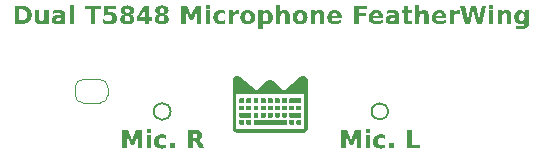
<source format=gbr>
%TF.GenerationSoftware,KiCad,Pcbnew,9.0.1*%
%TF.CreationDate,2025-07-30T00:23:40-04:00*%
%TF.ProjectId,T5848,54353834-382e-46b6-9963-61645f706362,rev?*%
%TF.SameCoordinates,Original*%
%TF.FileFunction,Legend,Top*%
%TF.FilePolarity,Positive*%
%FSLAX46Y46*%
G04 Gerber Fmt 4.6, Leading zero omitted, Abs format (unit mm)*
G04 Created by KiCad (PCBNEW 9.0.1) date 2025-07-30 00:23:40*
%MOMM*%
%LPD*%
G01*
G04 APERTURE LIST*
%ADD10C,0.150000*%
%ADD11C,0.300000*%
%ADD12C,0.000000*%
%ADD13C,0.120000*%
G04 APERTURE END LIST*
D10*
X140000070Y-105710000D02*
G75*
G02*
X138579930Y-105710000I-710070J0D01*
G01*
X138579930Y-105710000D02*
G75*
G02*
X140000070Y-105710000I710070J0D01*
G01*
X158400072Y-105710000D02*
G75*
G02*
X157019928Y-105710000I-690072J0D01*
G01*
X157019928Y-105710000D02*
G75*
G02*
X158400072Y-105710000I690072J0D01*
G01*
D11*
G36*
X154433405Y-107292562D02*
G01*
X154935507Y-107292562D01*
X155283919Y-108112028D01*
X155634347Y-107292562D01*
X156135441Y-107292562D01*
X156135441Y-108822500D01*
X155762391Y-108822500D01*
X155762391Y-107703806D01*
X155409948Y-108529408D01*
X155159905Y-108529408D01*
X154807462Y-107703806D01*
X154807462Y-108822500D01*
X154433405Y-108822500D01*
X154433405Y-107292562D01*
G37*
G36*
X156506752Y-107673581D02*
G01*
X156873574Y-107673581D01*
X156873574Y-108822500D01*
X156506752Y-108822500D01*
X156506752Y-107673581D01*
G37*
G36*
X156506752Y-107228082D02*
G01*
X156873574Y-107228082D01*
X156873574Y-107527035D01*
X156506752Y-107527035D01*
X156506752Y-107228082D01*
G37*
G36*
X158153651Y-107708752D02*
G01*
X158153651Y-108007705D01*
X158077454Y-107962865D01*
X158003533Y-107932509D01*
X157927037Y-107914201D01*
X157847278Y-107908054D01*
X157771068Y-107914264D01*
X157707184Y-107931758D01*
X157653370Y-107959562D01*
X157607951Y-107997722D01*
X157561951Y-108062359D01*
X157532901Y-108144163D01*
X157522405Y-108248040D01*
X157532899Y-108351919D01*
X157561947Y-108433757D01*
X157607951Y-108498450D01*
X157653364Y-108536568D01*
X157707176Y-108564344D01*
X157771062Y-108581822D01*
X157847278Y-108588026D01*
X157931746Y-108581665D01*
X158010677Y-108562930D01*
X158085044Y-108531736D01*
X158153651Y-108488375D01*
X158153651Y-108787329D01*
X158066705Y-108815596D01*
X157978895Y-108835689D01*
X157890082Y-108847788D01*
X157801208Y-108851809D01*
X157674842Y-108844538D01*
X157565267Y-108823914D01*
X157470126Y-108791280D01*
X157387404Y-108747348D01*
X157315501Y-108692165D01*
X157253754Y-108625030D01*
X157205490Y-108548623D01*
X157170154Y-108461622D01*
X157148042Y-108362183D01*
X157140287Y-108248040D01*
X157148043Y-108133895D01*
X157170156Y-108034466D01*
X157205493Y-107947485D01*
X157253756Y-107871107D01*
X157315501Y-107804007D01*
X157387408Y-107748789D01*
X157470134Y-107704832D01*
X157565275Y-107672181D01*
X157674847Y-107651547D01*
X157801208Y-107644272D01*
X157890822Y-107648314D01*
X157978895Y-107660392D01*
X158065975Y-107680422D01*
X158153651Y-107708752D01*
G37*
G36*
X158508383Y-108423895D02*
G01*
X158877312Y-108423895D01*
X158877312Y-108822500D01*
X158508383Y-108822500D01*
X158508383Y-108423895D01*
G37*
G36*
X160013865Y-107292562D02*
G01*
X160408348Y-107292562D01*
X160408348Y-108523546D01*
X161101051Y-108523546D01*
X161101051Y-108822500D01*
X160013865Y-108822500D01*
X160013865Y-107292562D01*
G37*
G36*
X135894187Y-107292562D02*
G01*
X136396289Y-107292562D01*
X136744701Y-108112028D01*
X137095129Y-107292562D01*
X137596223Y-107292562D01*
X137596223Y-108822500D01*
X137223173Y-108822500D01*
X137223173Y-107703806D01*
X136870730Y-108529408D01*
X136620687Y-108529408D01*
X136268244Y-107703806D01*
X136268244Y-108822500D01*
X135894187Y-108822500D01*
X135894187Y-107292562D01*
G37*
G36*
X137967534Y-107673581D02*
G01*
X138334356Y-107673581D01*
X138334356Y-108822500D01*
X137967534Y-108822500D01*
X137967534Y-107673581D01*
G37*
G36*
X137967534Y-107228082D02*
G01*
X138334356Y-107228082D01*
X138334356Y-107527035D01*
X137967534Y-107527035D01*
X137967534Y-107228082D01*
G37*
G36*
X139614433Y-107708752D02*
G01*
X139614433Y-108007705D01*
X139538236Y-107962865D01*
X139464315Y-107932509D01*
X139387819Y-107914201D01*
X139308060Y-107908054D01*
X139231850Y-107914264D01*
X139167966Y-107931758D01*
X139114152Y-107959562D01*
X139068733Y-107997722D01*
X139022733Y-108062359D01*
X138993683Y-108144163D01*
X138983187Y-108248040D01*
X138993681Y-108351919D01*
X139022729Y-108433757D01*
X139068733Y-108498450D01*
X139114146Y-108536568D01*
X139167958Y-108564344D01*
X139231844Y-108581822D01*
X139308060Y-108588026D01*
X139392528Y-108581665D01*
X139471459Y-108562930D01*
X139545826Y-108531736D01*
X139614433Y-108488375D01*
X139614433Y-108787329D01*
X139527487Y-108815596D01*
X139439677Y-108835689D01*
X139350864Y-108847788D01*
X139261990Y-108851809D01*
X139135624Y-108844538D01*
X139026049Y-108823914D01*
X138930908Y-108791280D01*
X138848186Y-108747348D01*
X138776283Y-108692165D01*
X138714536Y-108625030D01*
X138666272Y-108548623D01*
X138630936Y-108461622D01*
X138608824Y-108362183D01*
X138601069Y-108248040D01*
X138608825Y-108133895D01*
X138630938Y-108034466D01*
X138666275Y-107947485D01*
X138714538Y-107871107D01*
X138776283Y-107804007D01*
X138848190Y-107748789D01*
X138930916Y-107704832D01*
X139026057Y-107672181D01*
X139135629Y-107651547D01*
X139261990Y-107644272D01*
X139351604Y-107648314D01*
X139439677Y-107660392D01*
X139526757Y-107680422D01*
X139614433Y-107708752D01*
G37*
G36*
X139969165Y-108423895D02*
G01*
X140338094Y-108423895D01*
X140338094Y-108822500D01*
X139969165Y-108822500D01*
X139969165Y-108423895D01*
G37*
G36*
X142233498Y-107300453D02*
G01*
X142355361Y-107321736D01*
X142449159Y-107353462D01*
X142520342Y-107393679D01*
X142580286Y-107449513D01*
X142623757Y-107519185D01*
X142651298Y-107605658D01*
X142661209Y-107713332D01*
X142652386Y-107811697D01*
X142627556Y-107893307D01*
X142587937Y-107961452D01*
X142533312Y-108018448D01*
X142460949Y-108066216D01*
X142367202Y-108104426D01*
X142418634Y-108121731D01*
X142466735Y-108149423D01*
X142512191Y-108188506D01*
X142572468Y-108264605D01*
X142641792Y-108386984D01*
X142855932Y-108822500D01*
X142435804Y-108822500D01*
X142249324Y-108441481D01*
X142207595Y-108366592D01*
X142169669Y-108316115D01*
X142135110Y-108284310D01*
X142094467Y-108261800D01*
X142043881Y-108247389D01*
X141980871Y-108242178D01*
X141869130Y-108242178D01*
X141869130Y-108822500D01*
X141474647Y-108822500D01*
X141474647Y-107966673D01*
X141869130Y-107966673D01*
X142035184Y-107966673D01*
X142117014Y-107960499D01*
X142174103Y-107944495D01*
X142212871Y-107921243D01*
X142241279Y-107887064D01*
X142259786Y-107838836D01*
X142266727Y-107771675D01*
X142259783Y-107705291D01*
X142241284Y-107657805D01*
X142212871Y-107624305D01*
X142174185Y-107601556D01*
X142117103Y-107585856D01*
X142035184Y-107579792D01*
X141869130Y-107579792D01*
X141869130Y-107966673D01*
X141474647Y-107966673D01*
X141474647Y-107292562D01*
X142077225Y-107292562D01*
X142233498Y-107300453D01*
G37*
G36*
X127452229Y-96769449D02*
G01*
X127620440Y-96787281D01*
X127736588Y-96812296D01*
X127845870Y-96853529D01*
X127942887Y-96909569D01*
X128029130Y-96980824D01*
X128095102Y-97053845D01*
X128148138Y-97133199D01*
X128188956Y-97219602D01*
X128217397Y-97311195D01*
X128235104Y-97412836D01*
X128241255Y-97525974D01*
X128235085Y-97640538D01*
X128217361Y-97743040D01*
X128188956Y-97835002D01*
X128148115Y-97921699D01*
X128095075Y-98001201D01*
X128029130Y-98074238D01*
X127942169Y-98145461D01*
X127844274Y-98201544D01*
X127733932Y-98242857D01*
X127616935Y-98267900D01*
X127449342Y-98285664D01*
X127217541Y-98292500D01*
X126801535Y-98292500D01*
X126801535Y-97993546D01*
X127196017Y-97993546D01*
X127337434Y-97993546D01*
X127458906Y-97984937D01*
X127558490Y-97961017D01*
X127640096Y-97923756D01*
X127706821Y-97873837D01*
X127760648Y-97810228D01*
X127800237Y-97733075D01*
X127825398Y-97639571D01*
X127834407Y-97525974D01*
X127825422Y-97412872D01*
X127800342Y-97319895D01*
X127760898Y-97243283D01*
X127707279Y-97180218D01*
X127640892Y-97130815D01*
X127559375Y-97093859D01*
X127459554Y-97070085D01*
X127337434Y-97061516D01*
X127196017Y-97061516D01*
X127196017Y-97993546D01*
X126801535Y-97993546D01*
X126801535Y-96762562D01*
X127217541Y-96762562D01*
X127452229Y-96769449D01*
G37*
G36*
X128515295Y-97846817D02*
G01*
X128515295Y-97143581D01*
X128884224Y-97143581D01*
X128884224Y-97258711D01*
X128883125Y-97493734D01*
X128882117Y-97682320D01*
X128889261Y-97882355D01*
X128900084Y-97938785D01*
X128913899Y-97971290D01*
X128939982Y-98003206D01*
X128972792Y-98026794D01*
X129011162Y-98041262D01*
X129056323Y-98046303D01*
X129128397Y-98036171D01*
X129187434Y-98007055D01*
X129236666Y-97957917D01*
X129271385Y-97895570D01*
X129293966Y-97815249D01*
X129302245Y-97712178D01*
X129302245Y-97143581D01*
X129669068Y-97143581D01*
X129669068Y-98292500D01*
X129302245Y-98292500D01*
X129302245Y-98128368D01*
X129243623Y-98190848D01*
X129185141Y-98239054D01*
X129126482Y-98274731D01*
X129063219Y-98300679D01*
X128995398Y-98316432D01*
X128922051Y-98321809D01*
X128823821Y-98313358D01*
X128742643Y-98289652D01*
X128675236Y-98252033D01*
X128619251Y-98200267D01*
X128576320Y-98137394D01*
X128543890Y-98059716D01*
X128522890Y-97964124D01*
X128515295Y-97846817D01*
G37*
G36*
X130670493Y-97123821D02*
G01*
X130793819Y-97149574D01*
X130888183Y-97188165D01*
X130959403Y-97237737D01*
X131016069Y-97303530D01*
X131058916Y-97388976D01*
X131086956Y-97498810D01*
X131097247Y-97639180D01*
X131097247Y-98292500D01*
X130727311Y-98292500D01*
X130727311Y-98122506D01*
X130674124Y-98187794D01*
X130618902Y-98237724D01*
X130561348Y-98274273D01*
X130498150Y-98299853D01*
X130424041Y-98316060D01*
X130336950Y-98321809D01*
X130248791Y-98314805D01*
X130172433Y-98294810D01*
X130105830Y-98262638D01*
X130047430Y-98218128D01*
X129999071Y-98162776D01*
X129964726Y-98100484D01*
X129943657Y-98029865D01*
X129936330Y-97948941D01*
X129938306Y-97928700D01*
X130306175Y-97928700D01*
X130311661Y-97972441D01*
X130327199Y-98007742D01*
X130352795Y-98036594D01*
X130385995Y-98057405D01*
X130428358Y-98070753D01*
X130482396Y-98075612D01*
X130548283Y-98067309D01*
X130605632Y-98043078D01*
X130656603Y-98002156D01*
X130695626Y-97949544D01*
X130719150Y-97889021D01*
X130727311Y-97818241D01*
X130727311Y-97776659D01*
X130536710Y-97776659D01*
X130460694Y-97781768D01*
X130404656Y-97795286D01*
X130364061Y-97815218D01*
X130332014Y-97844777D01*
X130312907Y-97881789D01*
X130306175Y-97928700D01*
X129938306Y-97928700D01*
X129945938Y-97850498D01*
X129972782Y-97770894D01*
X130015542Y-97706156D01*
X130075182Y-97653743D01*
X130144967Y-97616511D01*
X130237163Y-97586995D01*
X130357153Y-97567141D01*
X130511156Y-97559771D01*
X130727311Y-97559771D01*
X130727311Y-97530187D01*
X130719248Y-97475466D01*
X130696568Y-97433612D01*
X130658618Y-97401410D01*
X130610759Y-97380601D01*
X130541605Y-97366069D01*
X130444478Y-97360469D01*
X130329079Y-97366513D01*
X130225209Y-97383916D01*
X130126813Y-97413441D01*
X130036714Y-97454258D01*
X130036714Y-97172890D01*
X130155009Y-97147554D01*
X130273386Y-97129201D01*
X130392381Y-97117997D01*
X130511156Y-97114272D01*
X130670493Y-97123821D01*
G37*
G36*
X131439431Y-96698082D02*
G01*
X131806254Y-96698082D01*
X131806254Y-98292500D01*
X131439431Y-98292500D01*
X131439431Y-96698082D01*
G37*
G36*
X132722805Y-96762562D02*
G01*
X134132758Y-96762562D01*
X134132758Y-97061516D01*
X133625527Y-97061516D01*
X133625527Y-98292500D01*
X133231044Y-98292500D01*
X133231044Y-97061516D01*
X132722805Y-97061516D01*
X132722805Y-96762562D01*
G37*
G36*
X134366682Y-96762562D02*
G01*
X135347256Y-96762562D01*
X135347256Y-97049792D01*
X134681206Y-97049792D01*
X134681206Y-97286463D01*
X134771881Y-97267504D01*
X134866678Y-97260818D01*
X135006830Y-97270757D01*
X135123563Y-97298569D01*
X135220918Y-97342214D01*
X135302102Y-97401044D01*
X135368865Y-97476026D01*
X135417092Y-97564227D01*
X135447238Y-97668282D01*
X135457898Y-97791863D01*
X135450549Y-97890639D01*
X135429499Y-97977175D01*
X135395605Y-98053473D01*
X135348833Y-98121108D01*
X135288271Y-98181125D01*
X135200620Y-98239850D01*
X135095362Y-98283708D01*
X134969059Y-98311766D01*
X134817493Y-98321809D01*
X134688040Y-98315625D01*
X134559847Y-98297079D01*
X134433311Y-98266225D01*
X134306232Y-98222158D01*
X134306232Y-97911481D01*
X134431126Y-97974394D01*
X134543453Y-98016994D01*
X134654688Y-98043741D01*
X134755028Y-98052165D01*
X134848224Y-98043494D01*
X134922140Y-98019520D01*
X134980892Y-97981823D01*
X135026338Y-97930022D01*
X135053781Y-97867614D01*
X135063415Y-97791313D01*
X135053741Y-97714359D01*
X135026265Y-97651839D01*
X134980892Y-97600346D01*
X134922175Y-97562910D01*
X134848259Y-97539083D01*
X134755028Y-97530462D01*
X134668840Y-97535641D01*
X134573586Y-97551986D01*
X134476337Y-97578469D01*
X134366682Y-97618389D01*
X134366682Y-96762562D01*
G37*
G36*
X136478121Y-96740838D02*
G01*
X136592869Y-96761638D01*
X136684850Y-96793286D01*
X136758033Y-96834278D01*
X136820989Y-96890342D01*
X136865451Y-96956783D01*
X136892889Y-97035638D01*
X136902564Y-97130209D01*
X136894178Y-97214555D01*
X136870244Y-97286195D01*
X136831306Y-97347738D01*
X136778810Y-97398896D01*
X136709783Y-97442121D01*
X136620830Y-97476973D01*
X136720221Y-97513581D01*
X136797296Y-97560410D01*
X136855944Y-97616924D01*
X136899226Y-97685384D01*
X136925951Y-97765870D01*
X136935353Y-97861472D01*
X136924969Y-97973156D01*
X136895769Y-98065320D01*
X136849120Y-98141883D01*
X136784228Y-98205488D01*
X136707024Y-98252822D01*
X136609628Y-98289210D01*
X136487651Y-98313094D01*
X136335890Y-98321809D01*
X136183665Y-98313100D01*
X136061179Y-98289224D01*
X135963259Y-98252833D01*
X135885537Y-98205488D01*
X135820160Y-98141818D01*
X135773210Y-98065226D01*
X135743843Y-97973085D01*
X135733404Y-97861472D01*
X135735350Y-97841688D01*
X136106454Y-97841688D01*
X136113828Y-97914929D01*
X136134075Y-97971551D01*
X136165897Y-98015345D01*
X136209145Y-98047724D01*
X136264632Y-98068190D01*
X136335981Y-98075612D01*
X136406625Y-98068187D01*
X136461401Y-98047726D01*
X136503959Y-98015345D01*
X136535201Y-97971632D01*
X136555128Y-97915013D01*
X136562395Y-97841688D01*
X136555101Y-97767614D01*
X136535151Y-97710703D01*
X136503959Y-97667024D01*
X136461393Y-97634590D01*
X136406618Y-97614100D01*
X136335981Y-97606666D01*
X136264677Y-97614145D01*
X136209189Y-97634784D01*
X136165897Y-97667482D01*
X136134061Y-97711557D01*
X136113819Y-97768377D01*
X136106454Y-97841688D01*
X135735350Y-97841688D01*
X135742806Y-97765870D01*
X135769531Y-97685384D01*
X135812813Y-97616924D01*
X135871464Y-97560415D01*
X135948567Y-97513585D01*
X136048019Y-97476973D01*
X135959082Y-97442102D01*
X135890224Y-97398875D01*
X135838001Y-97347738D01*
X135799381Y-97286233D01*
X135775621Y-97214591D01*
X135771162Y-97169410D01*
X136140251Y-97169410D01*
X136146484Y-97228659D01*
X136163697Y-97274833D01*
X136190993Y-97310918D01*
X136227756Y-97337470D01*
X136275056Y-97354337D01*
X136335981Y-97360469D01*
X136395527Y-97354369D01*
X136442018Y-97337535D01*
X136478406Y-97310918D01*
X136505382Y-97274876D01*
X136522422Y-97228705D01*
X136528597Y-97169410D01*
X136522411Y-97110188D01*
X136505365Y-97064248D01*
X136478406Y-97028543D01*
X136442054Y-97002191D01*
X136395564Y-96985502D01*
X136335981Y-96979450D01*
X136275056Y-96985582D01*
X136227756Y-97002449D01*
X136190993Y-97029001D01*
X136163648Y-97065063D01*
X136146459Y-97110906D01*
X136140251Y-97169410D01*
X135771162Y-97169410D01*
X135767293Y-97130209D01*
X135776933Y-97036225D01*
X135804312Y-96957615D01*
X135848744Y-96891145D01*
X135911732Y-96834828D01*
X135984968Y-96793654D01*
X136077271Y-96761833D01*
X136192697Y-96740896D01*
X136335981Y-96733253D01*
X136478121Y-96740838D01*
G37*
G36*
X138212041Y-97729764D02*
G01*
X138430303Y-97729764D01*
X138430303Y-98016994D01*
X138212041Y-98016994D01*
X138212041Y-98292500D01*
X137838991Y-98292500D01*
X137838991Y-98016994D01*
X137160667Y-98016994D01*
X137160667Y-97729764D01*
X137406589Y-97729764D01*
X137838991Y-97729764D01*
X137838991Y-97088077D01*
X137406589Y-97729764D01*
X137160667Y-97729764D01*
X137160667Y-97677923D01*
X137773412Y-96762562D01*
X138212041Y-96762562D01*
X138212041Y-97729764D01*
G37*
G36*
X139400243Y-96740838D02*
G01*
X139514991Y-96761638D01*
X139606972Y-96793286D01*
X139680155Y-96834278D01*
X139743111Y-96890342D01*
X139787572Y-96956783D01*
X139815010Y-97035638D01*
X139824685Y-97130209D01*
X139816299Y-97214555D01*
X139792365Y-97286195D01*
X139753427Y-97347738D01*
X139700932Y-97398896D01*
X139631905Y-97442121D01*
X139542951Y-97476973D01*
X139642342Y-97513581D01*
X139719417Y-97560410D01*
X139778065Y-97616924D01*
X139821347Y-97685384D01*
X139848072Y-97765870D01*
X139857475Y-97861472D01*
X139847091Y-97973156D01*
X139817890Y-98065320D01*
X139771241Y-98141883D01*
X139706350Y-98205488D01*
X139629146Y-98252822D01*
X139531749Y-98289210D01*
X139409772Y-98313094D01*
X139258011Y-98321809D01*
X139105786Y-98313100D01*
X138983301Y-98289224D01*
X138885380Y-98252833D01*
X138807658Y-98205488D01*
X138742282Y-98141818D01*
X138695331Y-98065226D01*
X138665964Y-97973085D01*
X138655525Y-97861472D01*
X138657471Y-97841688D01*
X139028576Y-97841688D01*
X139035949Y-97914929D01*
X139056196Y-97971551D01*
X139088018Y-98015345D01*
X139131266Y-98047724D01*
X139186753Y-98068190D01*
X139258103Y-98075612D01*
X139328747Y-98068187D01*
X139383522Y-98047726D01*
X139426081Y-98015345D01*
X139457322Y-97971632D01*
X139477249Y-97915013D01*
X139484516Y-97841688D01*
X139477223Y-97767614D01*
X139457272Y-97710703D01*
X139426081Y-97667024D01*
X139383515Y-97634590D01*
X139328739Y-97614100D01*
X139258103Y-97606666D01*
X139186799Y-97614145D01*
X139131310Y-97634784D01*
X139088018Y-97667482D01*
X139056182Y-97711557D01*
X139035941Y-97768377D01*
X139028576Y-97841688D01*
X138657471Y-97841688D01*
X138664928Y-97765870D01*
X138691653Y-97685384D01*
X138734935Y-97616924D01*
X138793586Y-97560415D01*
X138870688Y-97513585D01*
X138970141Y-97476973D01*
X138881204Y-97442102D01*
X138812345Y-97398875D01*
X138760122Y-97347738D01*
X138721503Y-97286233D01*
X138697743Y-97214591D01*
X138693283Y-97169410D01*
X139062373Y-97169410D01*
X139068606Y-97228659D01*
X139085819Y-97274833D01*
X139113114Y-97310918D01*
X139149877Y-97337470D01*
X139197177Y-97354337D01*
X139258103Y-97360469D01*
X139317648Y-97354369D01*
X139364139Y-97337535D01*
X139400527Y-97310918D01*
X139427503Y-97274876D01*
X139444543Y-97228705D01*
X139450719Y-97169410D01*
X139444532Y-97110188D01*
X139427486Y-97064248D01*
X139400527Y-97028543D01*
X139364176Y-97002191D01*
X139317686Y-96985502D01*
X139258103Y-96979450D01*
X139197177Y-96985582D01*
X139149877Y-97002449D01*
X139113114Y-97029001D01*
X139085770Y-97065063D01*
X139068580Y-97110906D01*
X139062373Y-97169410D01*
X138693283Y-97169410D01*
X138689414Y-97130209D01*
X138699054Y-97036225D01*
X138726434Y-96957615D01*
X138770865Y-96891145D01*
X138833853Y-96834828D01*
X138907090Y-96793654D01*
X138999392Y-96761833D01*
X139114819Y-96740896D01*
X139258103Y-96733253D01*
X139400243Y-96740838D01*
G37*
G36*
X140910955Y-96762562D02*
G01*
X141413058Y-96762562D01*
X141761470Y-97582028D01*
X142111897Y-96762562D01*
X142612992Y-96762562D01*
X142612992Y-98292500D01*
X142239942Y-98292500D01*
X142239942Y-97173806D01*
X141887499Y-97999408D01*
X141637456Y-97999408D01*
X141285013Y-97173806D01*
X141285013Y-98292500D01*
X140910955Y-98292500D01*
X140910955Y-96762562D01*
G37*
G36*
X142984302Y-97143581D02*
G01*
X143351125Y-97143581D01*
X143351125Y-98292500D01*
X142984302Y-98292500D01*
X142984302Y-97143581D01*
G37*
G36*
X142984302Y-96698082D02*
G01*
X143351125Y-96698082D01*
X143351125Y-96997035D01*
X142984302Y-96997035D01*
X142984302Y-96698082D01*
G37*
G36*
X144631201Y-97178752D02*
G01*
X144631201Y-97477705D01*
X144555005Y-97432865D01*
X144481084Y-97402509D01*
X144404588Y-97384201D01*
X144324829Y-97378054D01*
X144248619Y-97384264D01*
X144184735Y-97401758D01*
X144130921Y-97429562D01*
X144085502Y-97467722D01*
X144039501Y-97532359D01*
X144010452Y-97614163D01*
X143999956Y-97718040D01*
X144010450Y-97821919D01*
X144039498Y-97903757D01*
X144085502Y-97968450D01*
X144130915Y-98006568D01*
X144184726Y-98034344D01*
X144248613Y-98051822D01*
X144324829Y-98058026D01*
X144409296Y-98051665D01*
X144488228Y-98032930D01*
X144562595Y-98001736D01*
X144631201Y-97958375D01*
X144631201Y-98257329D01*
X144544256Y-98285596D01*
X144456446Y-98305689D01*
X144367633Y-98317788D01*
X144278759Y-98321809D01*
X144152393Y-98314538D01*
X144042818Y-98293914D01*
X143947677Y-98261280D01*
X143864954Y-98217348D01*
X143793051Y-98162165D01*
X143731305Y-98095030D01*
X143683040Y-98018623D01*
X143647704Y-97931622D01*
X143625593Y-97832183D01*
X143617838Y-97718040D01*
X143625594Y-97603895D01*
X143647707Y-97504466D01*
X143683044Y-97417485D01*
X143731307Y-97341107D01*
X143793051Y-97274007D01*
X143864959Y-97218789D01*
X143947685Y-97174832D01*
X144042826Y-97142181D01*
X144152398Y-97121547D01*
X144278759Y-97114272D01*
X144368373Y-97118314D01*
X144456446Y-97130392D01*
X144543526Y-97150422D01*
X144631201Y-97178752D01*
G37*
G36*
X145800544Y-97460120D02*
G01*
X145751949Y-97439055D01*
X145704740Y-97424674D01*
X145608936Y-97413225D01*
X145539401Y-97419461D01*
X145481287Y-97437066D01*
X145432379Y-97465238D01*
X145391132Y-97504358D01*
X145350733Y-97569384D01*
X145324493Y-97654516D01*
X145314837Y-97765484D01*
X145314837Y-98292500D01*
X144948015Y-98292500D01*
X144948015Y-97143581D01*
X145314837Y-97143581D01*
X145314837Y-97331160D01*
X145366507Y-97259950D01*
X145420565Y-97205769D01*
X145477228Y-97166204D01*
X145540361Y-97138053D01*
X145613006Y-97120454D01*
X145697047Y-97114272D01*
X145736980Y-97115921D01*
X145799537Y-97122973D01*
X145800544Y-97460120D01*
G37*
G36*
X146648876Y-97121518D02*
G01*
X146753083Y-97142093D01*
X146843693Y-97174727D01*
X146922637Y-97218818D01*
X146991412Y-97274465D01*
X147049802Y-97341326D01*
X147095665Y-97417538D01*
X147129366Y-97504451D01*
X147150503Y-97603884D01*
X147157924Y-97718040D01*
X147150503Y-97832197D01*
X147129366Y-97931630D01*
X147095665Y-98018543D01*
X147049802Y-98094755D01*
X146991412Y-98161616D01*
X146922637Y-98217262D01*
X146843693Y-98261353D01*
X146753083Y-98293987D01*
X146648876Y-98314563D01*
X146528785Y-98321809D01*
X146408272Y-98314564D01*
X146303648Y-98293987D01*
X146212631Y-98261350D01*
X146133295Y-98217256D01*
X146064144Y-98161616D01*
X146005359Y-98094700D01*
X145959218Y-98018458D01*
X145925329Y-97931544D01*
X145904081Y-97832140D01*
X145896623Y-97718040D01*
X146278741Y-97718040D01*
X146286999Y-97826486D01*
X146309207Y-97908711D01*
X146342764Y-97970465D01*
X146391196Y-98018624D01*
X146451890Y-98047718D01*
X146528785Y-98058026D01*
X146604251Y-98047767D01*
X146664104Y-98018727D01*
X146712150Y-97970465D01*
X146745452Y-97908747D01*
X146767510Y-97826524D01*
X146775715Y-97718040D01*
X146767510Y-97609557D01*
X146745452Y-97527333D01*
X146712150Y-97465615D01*
X146664104Y-97417353D01*
X146604251Y-97388313D01*
X146528785Y-97378054D01*
X146451890Y-97388363D01*
X146391196Y-97417456D01*
X146342764Y-97465615D01*
X146309207Y-97527370D01*
X146286999Y-97609594D01*
X146278741Y-97718040D01*
X145896623Y-97718040D01*
X145904081Y-97603940D01*
X145925329Y-97504536D01*
X145959218Y-97417623D01*
X146005359Y-97341380D01*
X146064144Y-97274465D01*
X146133295Y-97218825D01*
X146212631Y-97174731D01*
X146303648Y-97142093D01*
X146408272Y-97121517D01*
X146528785Y-97114272D01*
X146648876Y-97121518D01*
G37*
G36*
X148273767Y-97125001D02*
G01*
X148364294Y-97156241D01*
X148445850Y-97208191D01*
X148520066Y-97283166D01*
X148578069Y-97370635D01*
X148620482Y-97470677D01*
X148647030Y-97585543D01*
X148656354Y-97718040D01*
X148647030Y-97850538D01*
X148620482Y-97965404D01*
X148578069Y-98065446D01*
X148520066Y-98152915D01*
X148445850Y-98227889D01*
X148364294Y-98279840D01*
X148273767Y-98311079D01*
X148171654Y-98321809D01*
X148092856Y-98316298D01*
X148022589Y-98300418D01*
X147959529Y-98274731D01*
X147901572Y-98238809D01*
X147845647Y-98190569D01*
X147791459Y-98128368D01*
X147791459Y-98726275D01*
X147424637Y-98726275D01*
X147424637Y-97718040D01*
X147791459Y-97718040D01*
X147799597Y-97826505D01*
X147821471Y-97908735D01*
X147854474Y-97970465D01*
X147902191Y-98018830D01*
X147961263Y-98047817D01*
X148035367Y-98058026D01*
X148109412Y-98047848D01*
X148168090Y-98019018D01*
X148215160Y-97971015D01*
X148247548Y-97909694D01*
X148269115Y-97827354D01*
X148277167Y-97718040D01*
X148269113Y-97608726D01*
X148247545Y-97526421D01*
X148215160Y-97465157D01*
X148168083Y-97417099D01*
X148109405Y-97388241D01*
X148035367Y-97378054D01*
X147961270Y-97388272D01*
X147902198Y-97417286D01*
X147854474Y-97465707D01*
X147821474Y-97527380D01*
X147799599Y-97609575D01*
X147791459Y-97718040D01*
X147424637Y-97718040D01*
X147424637Y-97143581D01*
X147791459Y-97143581D01*
X147791459Y-97307712D01*
X147845647Y-97245512D01*
X147901572Y-97197272D01*
X147959529Y-97161350D01*
X148022589Y-97135663D01*
X148092856Y-97119782D01*
X148171654Y-97114272D01*
X148273767Y-97125001D01*
G37*
G36*
X150080503Y-97590454D02*
G01*
X150080503Y-98292500D01*
X149711666Y-98292500D01*
X149711666Y-98178285D01*
X149711666Y-97757241D01*
X149704980Y-97549330D01*
X149695008Y-97496931D01*
X149681991Y-97465982D01*
X149656619Y-97433901D01*
X149623556Y-97409836D01*
X149584683Y-97394938D01*
X149539475Y-97389778D01*
X149467451Y-97399968D01*
X149408413Y-97429275D01*
X149359132Y-97478804D01*
X149324402Y-97541498D01*
X149301825Y-97622108D01*
X149293553Y-97725368D01*
X149293553Y-98292500D01*
X148926731Y-98292500D01*
X148926731Y-96698082D01*
X149293553Y-96698082D01*
X149293553Y-97307712D01*
X149352191Y-97245270D01*
X149410825Y-97197057D01*
X149469774Y-97161350D01*
X149533402Y-97135416D01*
X149601739Y-97119656D01*
X149675763Y-97114272D01*
X149773985Y-97122761D01*
X149854940Y-97146551D01*
X149921972Y-97184276D01*
X149977464Y-97236180D01*
X150019974Y-97299117D01*
X150052126Y-97376944D01*
X150072963Y-97472786D01*
X150080503Y-97590454D01*
G37*
G36*
X151087745Y-97121518D02*
G01*
X151191952Y-97142093D01*
X151282562Y-97174727D01*
X151361507Y-97218818D01*
X151430281Y-97274465D01*
X151488672Y-97341326D01*
X151534534Y-97417538D01*
X151568235Y-97504451D01*
X151589373Y-97603884D01*
X151596794Y-97718040D01*
X151589373Y-97832197D01*
X151568235Y-97931630D01*
X151534534Y-98018543D01*
X151488672Y-98094755D01*
X151430281Y-98161616D01*
X151361507Y-98217262D01*
X151282562Y-98261353D01*
X151191952Y-98293987D01*
X151087745Y-98314563D01*
X150967655Y-98321809D01*
X150847142Y-98314564D01*
X150742517Y-98293987D01*
X150651501Y-98261350D01*
X150572165Y-98217256D01*
X150503013Y-98161616D01*
X150444229Y-98094700D01*
X150398088Y-98018458D01*
X150364199Y-97931544D01*
X150342951Y-97832140D01*
X150335493Y-97718040D01*
X150717611Y-97718040D01*
X150725868Y-97826486D01*
X150748077Y-97908711D01*
X150781633Y-97970465D01*
X150830066Y-98018624D01*
X150890759Y-98047718D01*
X150967655Y-98058026D01*
X151043121Y-98047767D01*
X151102974Y-98018727D01*
X151151020Y-97970465D01*
X151184322Y-97908747D01*
X151206379Y-97826524D01*
X151214584Y-97718040D01*
X151206379Y-97609557D01*
X151184322Y-97527333D01*
X151151020Y-97465615D01*
X151102974Y-97417353D01*
X151043121Y-97388313D01*
X150967655Y-97378054D01*
X150890759Y-97388363D01*
X150830066Y-97417456D01*
X150781633Y-97465615D01*
X150748077Y-97527370D01*
X150725868Y-97609594D01*
X150717611Y-97718040D01*
X150335493Y-97718040D01*
X150342951Y-97603940D01*
X150364199Y-97504536D01*
X150398088Y-97417623D01*
X150444229Y-97341380D01*
X150503013Y-97274465D01*
X150572165Y-97218825D01*
X150651501Y-97174731D01*
X150742517Y-97142093D01*
X150847142Y-97121517D01*
X150967655Y-97114272D01*
X151087745Y-97121518D01*
G37*
G36*
X153017279Y-97590454D02*
G01*
X153017279Y-98292500D01*
X152648442Y-98292500D01*
X152648442Y-98178285D01*
X152648442Y-97755226D01*
X152641756Y-97549330D01*
X152631784Y-97496931D01*
X152618767Y-97465982D01*
X152593395Y-97433901D01*
X152560332Y-97409836D01*
X152521459Y-97394938D01*
X152476251Y-97389778D01*
X152404227Y-97399968D01*
X152345189Y-97429275D01*
X152295908Y-97478804D01*
X152261178Y-97541498D01*
X152238601Y-97622108D01*
X152230329Y-97725368D01*
X152230329Y-98292500D01*
X151863507Y-98292500D01*
X151863507Y-97143581D01*
X152230329Y-97143581D01*
X152230329Y-97307712D01*
X152288967Y-97245270D01*
X152347601Y-97197057D01*
X152406550Y-97161350D01*
X152470178Y-97135416D01*
X152538515Y-97119656D01*
X152612539Y-97114272D01*
X152710761Y-97122761D01*
X152791716Y-97146551D01*
X152858748Y-97184276D01*
X152914240Y-97236180D01*
X152956750Y-97299117D01*
X152988902Y-97376944D01*
X153009739Y-97472786D01*
X153017279Y-97590454D01*
G37*
G36*
X154017021Y-97121399D02*
G01*
X154112855Y-97141832D01*
X154197920Y-97174642D01*
X154273756Y-97219587D01*
X154341503Y-97277121D01*
X154398799Y-97344957D01*
X154443609Y-97421026D01*
X154476356Y-97506490D01*
X154496769Y-97602911D01*
X154503894Y-97712178D01*
X154503894Y-97817691D01*
X153646235Y-97817691D01*
X153663613Y-97899811D01*
X153694916Y-97962952D01*
X153739475Y-98011132D01*
X153796244Y-98045399D01*
X153869230Y-98067524D01*
X153962866Y-98075612D01*
X154078788Y-98067073D01*
X154200087Y-98040716D01*
X154320858Y-97997804D01*
X154449581Y-97934928D01*
X154449581Y-98216296D01*
X154318576Y-98262372D01*
X154189279Y-98295156D01*
X154058888Y-98315177D01*
X153929069Y-98321809D01*
X153802073Y-98314540D01*
X153692432Y-98293965D01*
X153597689Y-98261484D01*
X153515741Y-98217859D01*
X153444918Y-98163173D01*
X153384297Y-98096637D01*
X153336768Y-98020496D01*
X153301865Y-97933360D01*
X153279965Y-97833320D01*
X153272269Y-97718040D01*
X153279768Y-97605001D01*
X153283216Y-97589080D01*
X153650357Y-97589080D01*
X154126814Y-97589080D01*
X154119581Y-97523034D01*
X154099107Y-97468660D01*
X154065814Y-97423392D01*
X154021732Y-97388828D01*
X153969446Y-97367830D01*
X153906537Y-97360469D01*
X153837674Y-97367493D01*
X153780784Y-97387333D01*
X153733338Y-97419362D01*
X153695696Y-97462620D01*
X153667854Y-97518213D01*
X153650357Y-97589080D01*
X153283216Y-97589080D01*
X153301175Y-97506165D01*
X153335400Y-97419391D01*
X153382122Y-97342923D01*
X153441804Y-97275472D01*
X153511837Y-97219382D01*
X153591869Y-97174991D01*
X153683357Y-97142183D01*
X153788178Y-97121533D01*
X153908552Y-97114272D01*
X154017021Y-97121399D01*
G37*
G36*
X155527424Y-96762562D02*
G01*
X156592079Y-96762562D01*
X156592079Y-97061516D01*
X155921907Y-97061516D01*
X155921907Y-97342883D01*
X156552145Y-97342883D01*
X156552145Y-97641837D01*
X155921907Y-97641837D01*
X155921907Y-98292500D01*
X155527424Y-98292500D01*
X155527424Y-96762562D01*
G37*
G36*
X157517998Y-97121399D02*
G01*
X157613832Y-97141832D01*
X157698897Y-97174642D01*
X157774733Y-97219587D01*
X157842480Y-97277121D01*
X157899776Y-97344957D01*
X157944586Y-97421026D01*
X157977333Y-97506490D01*
X157997746Y-97602911D01*
X158004871Y-97712178D01*
X158004871Y-97817691D01*
X157147212Y-97817691D01*
X157164590Y-97899811D01*
X157195893Y-97962952D01*
X157240452Y-98011132D01*
X157297221Y-98045399D01*
X157370207Y-98067524D01*
X157463843Y-98075612D01*
X157579765Y-98067073D01*
X157701063Y-98040716D01*
X157821835Y-97997804D01*
X157950558Y-97934928D01*
X157950558Y-98216296D01*
X157819553Y-98262372D01*
X157690256Y-98295156D01*
X157559865Y-98315177D01*
X157430046Y-98321809D01*
X157303050Y-98314540D01*
X157193409Y-98293965D01*
X157098666Y-98261484D01*
X157016718Y-98217859D01*
X156945895Y-98163173D01*
X156885274Y-98096637D01*
X156837745Y-98020496D01*
X156802842Y-97933360D01*
X156780942Y-97833320D01*
X156773246Y-97718040D01*
X156780745Y-97605001D01*
X156784193Y-97589080D01*
X157151334Y-97589080D01*
X157627791Y-97589080D01*
X157620558Y-97523034D01*
X157600084Y-97468660D01*
X157566791Y-97423392D01*
X157522709Y-97388828D01*
X157470423Y-97367830D01*
X157407514Y-97360469D01*
X157338651Y-97367493D01*
X157281761Y-97387333D01*
X157234315Y-97419362D01*
X157196673Y-97462620D01*
X157168831Y-97518213D01*
X157151334Y-97589080D01*
X156784193Y-97589080D01*
X156802152Y-97506165D01*
X156836377Y-97419391D01*
X156883099Y-97342923D01*
X156942781Y-97275472D01*
X157012814Y-97219382D01*
X157092846Y-97174991D01*
X157184334Y-97142183D01*
X157289155Y-97121533D01*
X157409529Y-97114272D01*
X157517998Y-97121399D01*
G37*
G36*
X158930368Y-97123821D02*
G01*
X159053693Y-97149574D01*
X159148057Y-97188165D01*
X159219277Y-97237737D01*
X159275943Y-97303530D01*
X159318791Y-97388976D01*
X159346831Y-97498810D01*
X159357122Y-97639180D01*
X159357122Y-98292500D01*
X158987185Y-98292500D01*
X158987185Y-98122506D01*
X158933999Y-98187794D01*
X158878777Y-98237724D01*
X158821222Y-98274273D01*
X158758024Y-98299853D01*
X158683915Y-98316060D01*
X158596824Y-98321809D01*
X158508665Y-98314805D01*
X158432307Y-98294810D01*
X158365705Y-98262638D01*
X158307305Y-98218128D01*
X158258945Y-98162776D01*
X158224601Y-98100484D01*
X158203531Y-98029865D01*
X158196205Y-97948941D01*
X158198181Y-97928700D01*
X158566050Y-97928700D01*
X158571536Y-97972441D01*
X158587074Y-98007742D01*
X158612669Y-98036594D01*
X158645869Y-98057405D01*
X158688232Y-98070753D01*
X158742271Y-98075612D01*
X158808158Y-98067309D01*
X158865506Y-98043078D01*
X158916477Y-98002156D01*
X158955500Y-97949544D01*
X158979025Y-97889021D01*
X158987185Y-97818241D01*
X158987185Y-97776659D01*
X158796584Y-97776659D01*
X158720568Y-97781768D01*
X158664530Y-97795286D01*
X158623935Y-97815218D01*
X158591889Y-97844777D01*
X158572781Y-97881789D01*
X158566050Y-97928700D01*
X158198181Y-97928700D01*
X158205813Y-97850498D01*
X158232657Y-97770894D01*
X158275417Y-97706156D01*
X158335057Y-97653743D01*
X158404841Y-97616511D01*
X158497037Y-97586995D01*
X158617028Y-97567141D01*
X158771030Y-97559771D01*
X158987185Y-97559771D01*
X158987185Y-97530187D01*
X158979123Y-97475466D01*
X158956442Y-97433612D01*
X158918492Y-97401410D01*
X158870633Y-97380601D01*
X158801479Y-97366069D01*
X158704352Y-97360469D01*
X158588953Y-97366513D01*
X158485083Y-97383916D01*
X158386688Y-97413441D01*
X158296589Y-97454258D01*
X158296589Y-97172890D01*
X158414883Y-97147554D01*
X158533260Y-97129201D01*
X158652256Y-97117997D01*
X158771030Y-97114272D01*
X158930368Y-97123821D01*
G37*
G36*
X160100017Y-96821181D02*
G01*
X160100017Y-97143581D01*
X160478105Y-97143581D01*
X160478105Y-97407363D01*
X160100017Y-97407363D01*
X160100017Y-97892796D01*
X160104446Y-97945171D01*
X160115656Y-97979305D01*
X160131707Y-98000599D01*
X160172490Y-98020089D01*
X160257737Y-98028717D01*
X160446323Y-98028717D01*
X160446323Y-98292500D01*
X160131707Y-98292500D01*
X160020346Y-98285422D01*
X159935343Y-98266424D01*
X159871279Y-98238043D01*
X159823778Y-98201550D01*
X159787415Y-98153945D01*
X159759116Y-98089720D01*
X159740165Y-98004481D01*
X159733103Y-97892796D01*
X159733103Y-97407363D01*
X159550745Y-97407363D01*
X159550745Y-97143581D01*
X159733103Y-97143581D01*
X159733103Y-96821181D01*
X160100017Y-96821181D01*
G37*
G36*
X161856917Y-97590454D02*
G01*
X161856917Y-98292500D01*
X161488079Y-98292500D01*
X161488079Y-98178285D01*
X161488079Y-97757241D01*
X161481393Y-97549330D01*
X161471421Y-97496931D01*
X161458404Y-97465982D01*
X161433032Y-97433901D01*
X161399969Y-97409836D01*
X161361096Y-97394938D01*
X161315888Y-97389778D01*
X161243864Y-97399968D01*
X161184826Y-97429275D01*
X161135545Y-97478804D01*
X161100815Y-97541498D01*
X161078238Y-97622108D01*
X161069966Y-97725368D01*
X161069966Y-98292500D01*
X160703144Y-98292500D01*
X160703144Y-96698082D01*
X161069966Y-96698082D01*
X161069966Y-97307712D01*
X161128604Y-97245270D01*
X161187238Y-97197057D01*
X161246187Y-97161350D01*
X161309815Y-97135416D01*
X161378152Y-97119656D01*
X161452176Y-97114272D01*
X161550398Y-97122761D01*
X161631353Y-97146551D01*
X161698385Y-97184276D01*
X161753877Y-97236180D01*
X161796387Y-97299117D01*
X161828540Y-97376944D01*
X161849377Y-97472786D01*
X161856917Y-97590454D01*
G37*
G36*
X162856658Y-97121399D02*
G01*
X162952492Y-97141832D01*
X163037557Y-97174642D01*
X163113393Y-97219587D01*
X163181140Y-97277121D01*
X163238436Y-97344957D01*
X163283247Y-97421026D01*
X163315994Y-97506490D01*
X163336406Y-97602911D01*
X163343531Y-97712178D01*
X163343531Y-97817691D01*
X162485872Y-97817691D01*
X162503250Y-97899811D01*
X162534553Y-97962952D01*
X162579112Y-98011132D01*
X162635881Y-98045399D01*
X162708867Y-98067524D01*
X162802503Y-98075612D01*
X162918425Y-98067073D01*
X163039724Y-98040716D01*
X163160495Y-97997804D01*
X163289218Y-97934928D01*
X163289218Y-98216296D01*
X163158213Y-98262372D01*
X163028916Y-98295156D01*
X162898525Y-98315177D01*
X162768706Y-98321809D01*
X162641710Y-98314540D01*
X162532069Y-98293965D01*
X162437326Y-98261484D01*
X162355378Y-98217859D01*
X162284555Y-98163173D01*
X162223934Y-98096637D01*
X162176405Y-98020496D01*
X162141502Y-97933360D01*
X162119603Y-97833320D01*
X162111906Y-97718040D01*
X162119406Y-97605001D01*
X162122854Y-97589080D01*
X162489994Y-97589080D01*
X162966451Y-97589080D01*
X162959219Y-97523034D01*
X162938745Y-97468660D01*
X162905451Y-97423392D01*
X162861369Y-97388828D01*
X162809083Y-97367830D01*
X162746174Y-97360469D01*
X162677311Y-97367493D01*
X162620422Y-97387333D01*
X162572976Y-97419362D01*
X162535334Y-97462620D01*
X162507491Y-97518213D01*
X162489994Y-97589080D01*
X162122854Y-97589080D01*
X162140812Y-97506165D01*
X162175037Y-97419391D01*
X162221759Y-97342923D01*
X162281441Y-97275472D01*
X162351474Y-97219382D01*
X162431506Y-97174991D01*
X162522995Y-97142183D01*
X162627815Y-97121533D01*
X162748189Y-97114272D01*
X162856658Y-97121399D01*
G37*
G36*
X164473399Y-97460120D02*
G01*
X164424803Y-97439055D01*
X164377594Y-97424674D01*
X164281790Y-97413225D01*
X164212255Y-97419461D01*
X164154142Y-97437066D01*
X164105233Y-97465238D01*
X164063987Y-97504358D01*
X164023587Y-97569384D01*
X163997347Y-97654516D01*
X163987691Y-97765484D01*
X163987691Y-98292500D01*
X163620869Y-98292500D01*
X163620869Y-97143581D01*
X163987691Y-97143581D01*
X163987691Y-97331160D01*
X164039361Y-97259950D01*
X164093419Y-97205769D01*
X164150082Y-97166204D01*
X164213215Y-97138053D01*
X164285860Y-97120454D01*
X164369901Y-97114272D01*
X164409834Y-97115921D01*
X164472391Y-97122973D01*
X164473399Y-97460120D01*
G37*
G36*
X164541726Y-96762562D02*
G01*
X164919905Y-96762562D01*
X165184237Y-97874386D01*
X165446554Y-96762562D01*
X165826748Y-96762562D01*
X166089065Y-97874386D01*
X166353397Y-96762562D01*
X166728462Y-96762562D01*
X166367777Y-98292500D01*
X165912752Y-98292500D01*
X165635140Y-97129385D01*
X165360458Y-98292500D01*
X164905525Y-98292500D01*
X164541726Y-96762562D01*
G37*
G36*
X166970904Y-97143581D02*
G01*
X167337726Y-97143581D01*
X167337726Y-98292500D01*
X166970904Y-98292500D01*
X166970904Y-97143581D01*
G37*
G36*
X166970904Y-96698082D02*
G01*
X167337726Y-96698082D01*
X167337726Y-96997035D01*
X166970904Y-96997035D01*
X166970904Y-96698082D01*
G37*
G36*
X168844216Y-97590454D02*
G01*
X168844216Y-98292500D01*
X168475379Y-98292500D01*
X168475379Y-98178285D01*
X168475379Y-97755226D01*
X168468693Y-97549330D01*
X168458720Y-97496931D01*
X168445703Y-97465982D01*
X168420332Y-97433901D01*
X168387268Y-97409836D01*
X168348396Y-97394938D01*
X168303188Y-97389778D01*
X168231164Y-97399968D01*
X168172126Y-97429275D01*
X168122845Y-97478804D01*
X168088114Y-97541498D01*
X168065538Y-97622108D01*
X168057265Y-97725368D01*
X168057265Y-98292500D01*
X167690443Y-98292500D01*
X167690443Y-97143581D01*
X168057265Y-97143581D01*
X168057265Y-97307712D01*
X168115903Y-97245270D01*
X168174537Y-97197057D01*
X168233487Y-97161350D01*
X168297114Y-97135416D01*
X168365451Y-97119656D01*
X168439475Y-97114272D01*
X168537698Y-97122761D01*
X168618652Y-97146551D01*
X168685684Y-97184276D01*
X168741176Y-97236180D01*
X168783687Y-97299117D01*
X168815839Y-97376944D01*
X168836676Y-97472786D01*
X168844216Y-97590454D01*
G37*
G36*
X169666751Y-97125612D02*
G01*
X169736632Y-97141358D01*
X169798961Y-97166754D01*
X169856197Y-97202354D01*
X169911785Y-97250692D01*
X169966023Y-97313574D01*
X169966023Y-97143581D01*
X170334952Y-97143581D01*
X170334952Y-98177461D01*
X170327157Y-98288036D01*
X170305029Y-98383198D01*
X170269793Y-98465426D01*
X170221737Y-98536706D01*
X170160196Y-98598414D01*
X170089693Y-98647537D01*
X170006091Y-98687425D01*
X169907279Y-98717596D01*
X169790719Y-98736956D01*
X169653515Y-98743860D01*
X169546979Y-98739820D01*
X169445511Y-98727923D01*
X169345440Y-98708006D01*
X169243645Y-98679380D01*
X169243645Y-98392151D01*
X169340717Y-98442006D01*
X169432139Y-98475956D01*
X169524979Y-98496686D01*
X169617611Y-98503525D01*
X169709392Y-98497572D01*
X169781674Y-98481359D01*
X169838184Y-98456730D01*
X169881943Y-98424574D01*
X169916691Y-98382735D01*
X169942834Y-98329481D01*
X169959827Y-98262186D01*
X169966023Y-98177461D01*
X169966023Y-98099059D01*
X169911837Y-98161619D01*
X169856246Y-98209919D01*
X169798961Y-98245696D01*
X169736622Y-98271195D01*
X169666742Y-98287001D01*
X169587935Y-98292500D01*
X169486680Y-98282004D01*
X169396545Y-98251414D01*
X169315026Y-98200536D01*
X169240531Y-98127178D01*
X169181797Y-98041230D01*
X169139111Y-97943819D01*
X169112533Y-97832871D01*
X169103315Y-97706866D01*
X169483430Y-97706866D01*
X169491409Y-97811049D01*
X169512767Y-97889142D01*
X169544888Y-97947018D01*
X169591217Y-97991784D01*
X169649703Y-98019022D01*
X169724223Y-98028717D01*
X169796533Y-98018917D01*
X169854807Y-97991014D01*
X169902459Y-97944453D01*
X169936029Y-97884885D01*
X169957953Y-97807323D01*
X169966023Y-97706866D01*
X169957931Y-97605652D01*
X169935987Y-97527798D01*
X169902459Y-97468271D01*
X169854800Y-97421656D01*
X169796525Y-97393724D01*
X169724223Y-97383916D01*
X169652588Y-97393692D01*
X169594590Y-97421594D01*
X169546903Y-97468271D01*
X169513426Y-97527791D01*
X169491512Y-97605645D01*
X169483430Y-97706866D01*
X169103315Y-97706866D01*
X169103235Y-97705767D01*
X169112563Y-97578091D01*
X169139184Y-97467018D01*
X169181873Y-97369849D01*
X169240531Y-97284448D01*
X169314963Y-97211586D01*
X169396462Y-97161008D01*
X169486620Y-97130578D01*
X169587935Y-97120134D01*
X169666751Y-97125612D01*
G37*
D12*
%TO.C,REF\u002A\u002A*%
G36*
X146152962Y-104602650D02*
G01*
X146156654Y-104602930D01*
X146160292Y-104603392D01*
X146163870Y-104604032D01*
X146167388Y-104604846D01*
X146170836Y-104605826D01*
X146174214Y-104606968D01*
X146177516Y-104608272D01*
X146180736Y-104609728D01*
X146183872Y-104611334D01*
X146186916Y-104613086D01*
X146189866Y-104614978D01*
X146192718Y-104617006D01*
X146195464Y-104619164D01*
X146198104Y-104621450D01*
X146200628Y-104623858D01*
X146203036Y-104626384D01*
X146205322Y-104629022D01*
X146207482Y-104631770D01*
X146209510Y-104634620D01*
X146211402Y-104637572D01*
X146213152Y-104640616D01*
X146214760Y-104643750D01*
X146216216Y-104646972D01*
X146217518Y-104650272D01*
X146218662Y-104653650D01*
X146219642Y-104657100D01*
X146220454Y-104660616D01*
X146221094Y-104664196D01*
X146221558Y-104667834D01*
X146221838Y-104671524D01*
X146221932Y-104675264D01*
X146221932Y-104941868D01*
X146221838Y-104945608D01*
X146221558Y-104949298D01*
X146221094Y-104952936D01*
X146220454Y-104956516D01*
X146219642Y-104960032D01*
X146218662Y-104963482D01*
X146217518Y-104966860D01*
X146216216Y-104970160D01*
X146214760Y-104973382D01*
X146213152Y-104976516D01*
X146211402Y-104979562D01*
X146209510Y-104982512D01*
X146207482Y-104985362D01*
X146205322Y-104988110D01*
X146203036Y-104990748D01*
X146200628Y-104993274D01*
X146198104Y-104995682D01*
X146195464Y-104997968D01*
X146192718Y-105000126D01*
X146189866Y-105002154D01*
X146186916Y-105004046D01*
X146183872Y-105005798D01*
X146180736Y-105007404D01*
X146177516Y-105008860D01*
X146174214Y-105010164D01*
X146170836Y-105011306D01*
X146167388Y-105012288D01*
X146163870Y-105013100D01*
X146160292Y-105013740D01*
X146156654Y-105014202D01*
X146152962Y-105014482D01*
X146149222Y-105014578D01*
X145882620Y-105014578D01*
X145878880Y-105014482D01*
X145875190Y-105014202D01*
X145871552Y-105013740D01*
X145867972Y-105013100D01*
X145864456Y-105012288D01*
X145861006Y-105011306D01*
X145857628Y-105010164D01*
X145854326Y-105008860D01*
X145851106Y-105007404D01*
X145847972Y-105005798D01*
X145844926Y-105004046D01*
X145841976Y-105002154D01*
X145839126Y-105000126D01*
X145836378Y-104997968D01*
X145833740Y-104995682D01*
X145831214Y-104993274D01*
X145828806Y-104990748D01*
X145826520Y-104988110D01*
X145824360Y-104985362D01*
X145822334Y-104982512D01*
X145820442Y-104979562D01*
X145818690Y-104976516D01*
X145817084Y-104973382D01*
X145815626Y-104970160D01*
X145814324Y-104966860D01*
X145813180Y-104963482D01*
X145812200Y-104960032D01*
X145811388Y-104956516D01*
X145810748Y-104952936D01*
X145810286Y-104949298D01*
X145810004Y-104945608D01*
X145809910Y-104941868D01*
X145809910Y-104675264D01*
X145810004Y-104671524D01*
X145810286Y-104667834D01*
X145810748Y-104664196D01*
X145811388Y-104660616D01*
X145812200Y-104657100D01*
X145813180Y-104653650D01*
X145814324Y-104650272D01*
X145815626Y-104646972D01*
X145817084Y-104643750D01*
X145818690Y-104640616D01*
X145820442Y-104637572D01*
X145822334Y-104634620D01*
X145824360Y-104631770D01*
X145826520Y-104629022D01*
X145828806Y-104626384D01*
X145831214Y-104623858D01*
X145833740Y-104621450D01*
X145836378Y-104619164D01*
X145839126Y-104617006D01*
X145841976Y-104614978D01*
X145844926Y-104613086D01*
X145847972Y-104611334D01*
X145851106Y-104609728D01*
X145854326Y-104608272D01*
X145857628Y-104606968D01*
X145861006Y-104605826D01*
X145864456Y-104604846D01*
X145867972Y-104604032D01*
X145871552Y-104603392D01*
X145875190Y-104602930D01*
X145878880Y-104602650D01*
X145882620Y-104602554D01*
X146149222Y-104602554D01*
X146152962Y-104602650D01*
G37*
G36*
X146152962Y-105208570D02*
G01*
X146156654Y-105208850D01*
X146160292Y-105209314D01*
X146163870Y-105209954D01*
X146167388Y-105210766D01*
X146170836Y-105211746D01*
X146174214Y-105212890D01*
X146177516Y-105214192D01*
X146180736Y-105215648D01*
X146183872Y-105217256D01*
X146186916Y-105219006D01*
X146189866Y-105220898D01*
X146192718Y-105222926D01*
X146195464Y-105225086D01*
X146198104Y-105227372D01*
X146200628Y-105229780D01*
X146203036Y-105232306D01*
X146205322Y-105234944D01*
X146207482Y-105237690D01*
X146209510Y-105240542D01*
X146211402Y-105243492D01*
X146213152Y-105246536D01*
X146214760Y-105249672D01*
X146216216Y-105252892D01*
X146217518Y-105256194D01*
X146218662Y-105259572D01*
X146219642Y-105263020D01*
X146220454Y-105266538D01*
X146221094Y-105270118D01*
X146221558Y-105273754D01*
X146221838Y-105277446D01*
X146221932Y-105281186D01*
X146221932Y-105547788D01*
X146221838Y-105551528D01*
X146221558Y-105555220D01*
X146221094Y-105558856D01*
X146220454Y-105562436D01*
X146219642Y-105565952D01*
X146218662Y-105569402D01*
X146217518Y-105572780D01*
X146216216Y-105576082D01*
X146214760Y-105579302D01*
X146213152Y-105582438D01*
X146211402Y-105585482D01*
X146209510Y-105588432D01*
X146207482Y-105591282D01*
X146205322Y-105594030D01*
X146203036Y-105596668D01*
X146200628Y-105599194D01*
X146198104Y-105601602D01*
X146195464Y-105603888D01*
X146192718Y-105606048D01*
X146189866Y-105608076D01*
X146186916Y-105609968D01*
X146183872Y-105611718D01*
X146180736Y-105613324D01*
X146177516Y-105614782D01*
X146174214Y-105616084D01*
X146170836Y-105617228D01*
X146167388Y-105618208D01*
X146163870Y-105619020D01*
X146160292Y-105619660D01*
X146156654Y-105620122D01*
X146152962Y-105620404D01*
X146149222Y-105620498D01*
X145882620Y-105620498D01*
X145878880Y-105620404D01*
X145875190Y-105620122D01*
X145871552Y-105619660D01*
X145867972Y-105619020D01*
X145864456Y-105618208D01*
X145861006Y-105617228D01*
X145857628Y-105616084D01*
X145854326Y-105614782D01*
X145851106Y-105613324D01*
X145847972Y-105611718D01*
X145844926Y-105609968D01*
X145841976Y-105608076D01*
X145839126Y-105606048D01*
X145836378Y-105603888D01*
X145833740Y-105601602D01*
X145831214Y-105599194D01*
X145828806Y-105596668D01*
X145826520Y-105594030D01*
X145824360Y-105591282D01*
X145822334Y-105588432D01*
X145820442Y-105585482D01*
X145818690Y-105582438D01*
X145817084Y-105579302D01*
X145815626Y-105576082D01*
X145814324Y-105572780D01*
X145813180Y-105569402D01*
X145812200Y-105565952D01*
X145811388Y-105562436D01*
X145810748Y-105558856D01*
X145810286Y-105555220D01*
X145810004Y-105551528D01*
X145809910Y-105547788D01*
X145809910Y-105281186D01*
X145810004Y-105277446D01*
X145810286Y-105273754D01*
X145810748Y-105270118D01*
X145811388Y-105266538D01*
X145812200Y-105263020D01*
X145813180Y-105259572D01*
X145814324Y-105256194D01*
X145815626Y-105252892D01*
X145817084Y-105249672D01*
X145818690Y-105246536D01*
X145820442Y-105243492D01*
X145822334Y-105240542D01*
X145824360Y-105237690D01*
X145826520Y-105234944D01*
X145828806Y-105232306D01*
X145831214Y-105229780D01*
X145833740Y-105227372D01*
X145836378Y-105225086D01*
X145839126Y-105222926D01*
X145841976Y-105220898D01*
X145844926Y-105219006D01*
X145847972Y-105217256D01*
X145851106Y-105215648D01*
X145854326Y-105214192D01*
X145857628Y-105212890D01*
X145861006Y-105211746D01*
X145864456Y-105210766D01*
X145867972Y-105209954D01*
X145871552Y-105209314D01*
X145875190Y-105208850D01*
X145878880Y-105208570D01*
X145882620Y-105208476D01*
X146149222Y-105208476D01*
X146152962Y-105208570D01*
G37*
G36*
X146152962Y-106411750D02*
G01*
X146156654Y-106412030D01*
X146160292Y-106412492D01*
X146163870Y-106413132D01*
X146167388Y-106413946D01*
X146170836Y-106414926D01*
X146174214Y-106416070D01*
X146177516Y-106417372D01*
X146180736Y-106418828D01*
X146183872Y-106420434D01*
X146186916Y-106422186D01*
X146189866Y-106424078D01*
X146192718Y-106426106D01*
X146195464Y-106428264D01*
X146198104Y-106430550D01*
X146200628Y-106432958D01*
X146203036Y-106435484D01*
X146205322Y-106438122D01*
X146207482Y-106440870D01*
X146209510Y-106443720D01*
X146211402Y-106446670D01*
X146213152Y-106449716D01*
X146214760Y-106452850D01*
X146216216Y-106456072D01*
X146217518Y-106459372D01*
X146218662Y-106462750D01*
X146219642Y-106466200D01*
X146220454Y-106469716D01*
X146221094Y-106473296D01*
X146221558Y-106476934D01*
X146221838Y-106480624D01*
X146221932Y-106484364D01*
X146221932Y-106750968D01*
X146221838Y-106754708D01*
X146221558Y-106758398D01*
X146221094Y-106762036D01*
X146220454Y-106765616D01*
X146219642Y-106769132D01*
X146218662Y-106772582D01*
X146217518Y-106775960D01*
X146216216Y-106779260D01*
X146214760Y-106782482D01*
X146213152Y-106785616D01*
X146211402Y-106788662D01*
X146209510Y-106791612D01*
X146207482Y-106794462D01*
X146205322Y-106797210D01*
X146203036Y-106799848D01*
X146200628Y-106802374D01*
X146198104Y-106804782D01*
X146195464Y-106807068D01*
X146192718Y-106809226D01*
X146189866Y-106811254D01*
X146186916Y-106813146D01*
X146183872Y-106814898D01*
X146180736Y-106816504D01*
X146177516Y-106817960D01*
X146174214Y-106819264D01*
X146170836Y-106820406D01*
X146167388Y-106821388D01*
X146163870Y-106822200D01*
X146160292Y-106822840D01*
X146156654Y-106823302D01*
X146152962Y-106823582D01*
X146149222Y-106823678D01*
X145882620Y-106823678D01*
X145878880Y-106823582D01*
X145875190Y-106823302D01*
X145871552Y-106822840D01*
X145867972Y-106822200D01*
X145864456Y-106821388D01*
X145861006Y-106820406D01*
X145857628Y-106819264D01*
X145854326Y-106817960D01*
X145851106Y-106816504D01*
X145847972Y-106814898D01*
X145844926Y-106813146D01*
X145841976Y-106811254D01*
X145839126Y-106809226D01*
X145836378Y-106807068D01*
X145833740Y-106804782D01*
X145831214Y-106802374D01*
X145828806Y-106799848D01*
X145826520Y-106797210D01*
X145824360Y-106794462D01*
X145822334Y-106791612D01*
X145820442Y-106788662D01*
X145818690Y-106785616D01*
X145817084Y-106782482D01*
X145815626Y-106779260D01*
X145814324Y-106775960D01*
X145813180Y-106772582D01*
X145812200Y-106769132D01*
X145811388Y-106765616D01*
X145810748Y-106762036D01*
X145810286Y-106758398D01*
X145810004Y-106754708D01*
X145809910Y-106750968D01*
X145809910Y-106484364D01*
X145810004Y-106480624D01*
X145810286Y-106476934D01*
X145810748Y-106473296D01*
X145811388Y-106469716D01*
X145812200Y-106466200D01*
X145813180Y-106462750D01*
X145814324Y-106459372D01*
X145815626Y-106456072D01*
X145817084Y-106452850D01*
X145818690Y-106449716D01*
X145820442Y-106446670D01*
X145822334Y-106443720D01*
X145824360Y-106440870D01*
X145826520Y-106438122D01*
X145828806Y-106435484D01*
X145831214Y-106432958D01*
X145833740Y-106430550D01*
X145836378Y-106428264D01*
X145839126Y-106426106D01*
X145841976Y-106424078D01*
X145844926Y-106422186D01*
X145847972Y-106420434D01*
X145851106Y-106418828D01*
X145854326Y-106417372D01*
X145857628Y-106416070D01*
X145861006Y-106414926D01*
X145864456Y-106413946D01*
X145867972Y-106413132D01*
X145871552Y-106412492D01*
X145875190Y-106412030D01*
X145878880Y-106411750D01*
X145882620Y-106411654D01*
X146149222Y-106411654D01*
X146152962Y-106411750D01*
G37*
G36*
X146761540Y-104602650D02*
G01*
X146765230Y-104602930D01*
X146768868Y-104603392D01*
X146772448Y-104604032D01*
X146775964Y-104604846D01*
X146779414Y-104605826D01*
X146782792Y-104606968D01*
X146786094Y-104608272D01*
X146789314Y-104609728D01*
X146792448Y-104611334D01*
X146795494Y-104613086D01*
X146798444Y-104614978D01*
X146801294Y-104617006D01*
X146804042Y-104619164D01*
X146806680Y-104621450D01*
X146809206Y-104623858D01*
X146811614Y-104626384D01*
X146813900Y-104629022D01*
X146816058Y-104631770D01*
X146818086Y-104634620D01*
X146819978Y-104637572D01*
X146821730Y-104640616D01*
X146823336Y-104643750D01*
X146824794Y-104646972D01*
X146826096Y-104650272D01*
X146827240Y-104653650D01*
X146828220Y-104657100D01*
X146829032Y-104660616D01*
X146829672Y-104664196D01*
X146830134Y-104667834D01*
X146830416Y-104671524D01*
X146830510Y-104675264D01*
X146830510Y-104941868D01*
X146830416Y-104945608D01*
X146830134Y-104949298D01*
X146829672Y-104952936D01*
X146829032Y-104956516D01*
X146828220Y-104960032D01*
X146827240Y-104963482D01*
X146826096Y-104966860D01*
X146824794Y-104970160D01*
X146823336Y-104973382D01*
X146821730Y-104976516D01*
X146819978Y-104979562D01*
X146818086Y-104982512D01*
X146816058Y-104985362D01*
X146813900Y-104988110D01*
X146811614Y-104990748D01*
X146809206Y-104993274D01*
X146806680Y-104995682D01*
X146804042Y-104997968D01*
X146801294Y-105000126D01*
X146798444Y-105002154D01*
X146795494Y-105004046D01*
X146792448Y-105005798D01*
X146789314Y-105007404D01*
X146786094Y-105008860D01*
X146782792Y-105010164D01*
X146779414Y-105011306D01*
X146775964Y-105012288D01*
X146772448Y-105013100D01*
X146768868Y-105013740D01*
X146765230Y-105014202D01*
X146761540Y-105014482D01*
X146757800Y-105014578D01*
X146491196Y-105014578D01*
X146487458Y-105014482D01*
X146483766Y-105014202D01*
X146480128Y-105013740D01*
X146476550Y-105013100D01*
X146473032Y-105012288D01*
X146469582Y-105011306D01*
X146466206Y-105010164D01*
X146462904Y-105008860D01*
X146459684Y-105007404D01*
X146456548Y-105005798D01*
X146453504Y-105004046D01*
X146450554Y-105002154D01*
X146447702Y-105000126D01*
X146444956Y-104997968D01*
X146442316Y-104995682D01*
X146439792Y-104993274D01*
X146437382Y-104990748D01*
X146435098Y-104988110D01*
X146432938Y-104985362D01*
X146430910Y-104982512D01*
X146429018Y-104979562D01*
X146427266Y-104976516D01*
X146425660Y-104973382D01*
X146424204Y-104970160D01*
X146422902Y-104966860D01*
X146421758Y-104963482D01*
X146420778Y-104960032D01*
X146419966Y-104956516D01*
X146419326Y-104952936D01*
X146418862Y-104949298D01*
X146418582Y-104945608D01*
X146418488Y-104941868D01*
X146418488Y-104675264D01*
X146418582Y-104671524D01*
X146418862Y-104667834D01*
X146419326Y-104664196D01*
X146419966Y-104660616D01*
X146420778Y-104657100D01*
X146421758Y-104653650D01*
X146422902Y-104650272D01*
X146424204Y-104646972D01*
X146425660Y-104643750D01*
X146427266Y-104640616D01*
X146429018Y-104637572D01*
X146430910Y-104634620D01*
X146432938Y-104631770D01*
X146435098Y-104629022D01*
X146437382Y-104626384D01*
X146439792Y-104623858D01*
X146442316Y-104621450D01*
X146444956Y-104619164D01*
X146447702Y-104617006D01*
X146450554Y-104614978D01*
X146453504Y-104613086D01*
X146456548Y-104611334D01*
X146459684Y-104609728D01*
X146462904Y-104608272D01*
X146466206Y-104606968D01*
X146469582Y-104605826D01*
X146473032Y-104604846D01*
X146476550Y-104604032D01*
X146480128Y-104603392D01*
X146483766Y-104602930D01*
X146487458Y-104602650D01*
X146491196Y-104602554D01*
X146757800Y-104602554D01*
X146761540Y-104602650D01*
G37*
G36*
X146761540Y-105208570D02*
G01*
X146765230Y-105208850D01*
X146768868Y-105209314D01*
X146772448Y-105209954D01*
X146775964Y-105210766D01*
X146779414Y-105211746D01*
X146782792Y-105212890D01*
X146786094Y-105214192D01*
X146789314Y-105215648D01*
X146792448Y-105217256D01*
X146795494Y-105219006D01*
X146798444Y-105220898D01*
X146801294Y-105222926D01*
X146804042Y-105225086D01*
X146806680Y-105227372D01*
X146809206Y-105229780D01*
X146811614Y-105232306D01*
X146813900Y-105234944D01*
X146816058Y-105237690D01*
X146818086Y-105240542D01*
X146819978Y-105243492D01*
X146821730Y-105246536D01*
X146823336Y-105249672D01*
X146824794Y-105252892D01*
X146826096Y-105256194D01*
X146827240Y-105259572D01*
X146828220Y-105263020D01*
X146829032Y-105266538D01*
X146829672Y-105270118D01*
X146830134Y-105273754D01*
X146830416Y-105277446D01*
X146830510Y-105281186D01*
X146830510Y-105547788D01*
X146830416Y-105551528D01*
X146830134Y-105555220D01*
X146829672Y-105558856D01*
X146829032Y-105562436D01*
X146828220Y-105565952D01*
X146827240Y-105569402D01*
X146826096Y-105572780D01*
X146824794Y-105576082D01*
X146823336Y-105579302D01*
X146821730Y-105582438D01*
X146819978Y-105585482D01*
X146818086Y-105588432D01*
X146816058Y-105591282D01*
X146813900Y-105594030D01*
X146811614Y-105596668D01*
X146809206Y-105599194D01*
X146806680Y-105601602D01*
X146804042Y-105603888D01*
X146801294Y-105606048D01*
X146798444Y-105608076D01*
X146795494Y-105609968D01*
X146792448Y-105611718D01*
X146789314Y-105613324D01*
X146786094Y-105614782D01*
X146782792Y-105616084D01*
X146779414Y-105617228D01*
X146775964Y-105618208D01*
X146772448Y-105619020D01*
X146768868Y-105619660D01*
X146765230Y-105620122D01*
X146761540Y-105620404D01*
X146757800Y-105620498D01*
X146491196Y-105620498D01*
X146487458Y-105620404D01*
X146483766Y-105620122D01*
X146480128Y-105619660D01*
X146476550Y-105619020D01*
X146473032Y-105618208D01*
X146469582Y-105617228D01*
X146466206Y-105616084D01*
X146462904Y-105614782D01*
X146459684Y-105613324D01*
X146456548Y-105611718D01*
X146453504Y-105609968D01*
X146450554Y-105608076D01*
X146447702Y-105606048D01*
X146444956Y-105603888D01*
X146442316Y-105601602D01*
X146439792Y-105599194D01*
X146437382Y-105596668D01*
X146435098Y-105594030D01*
X146432938Y-105591282D01*
X146430910Y-105588432D01*
X146429018Y-105585482D01*
X146427266Y-105582438D01*
X146425660Y-105579302D01*
X146424204Y-105576082D01*
X146422902Y-105572780D01*
X146421758Y-105569402D01*
X146420778Y-105565952D01*
X146419966Y-105562436D01*
X146419326Y-105558856D01*
X146418862Y-105555220D01*
X146418582Y-105551528D01*
X146418488Y-105547788D01*
X146418488Y-105281186D01*
X146418582Y-105277446D01*
X146418862Y-105273754D01*
X146419326Y-105270118D01*
X146419966Y-105266538D01*
X146420778Y-105263020D01*
X146421758Y-105259572D01*
X146422902Y-105256194D01*
X146424204Y-105252892D01*
X146425660Y-105249672D01*
X146427266Y-105246536D01*
X146429018Y-105243492D01*
X146430910Y-105240542D01*
X146432938Y-105237690D01*
X146435098Y-105234944D01*
X146437382Y-105232306D01*
X146439792Y-105229780D01*
X146442316Y-105227372D01*
X146444956Y-105225086D01*
X146447702Y-105222926D01*
X146450554Y-105220898D01*
X146453504Y-105219006D01*
X146456548Y-105217256D01*
X146459684Y-105215648D01*
X146462904Y-105214192D01*
X146466206Y-105212890D01*
X146469582Y-105211746D01*
X146473032Y-105210766D01*
X146476550Y-105209954D01*
X146480128Y-105209314D01*
X146483766Y-105208850D01*
X146487458Y-105208570D01*
X146491196Y-105208476D01*
X146757800Y-105208476D01*
X146761540Y-105208570D01*
G37*
G36*
X146761540Y-106411750D02*
G01*
X146765230Y-106412030D01*
X146768868Y-106412492D01*
X146772448Y-106413132D01*
X146775964Y-106413946D01*
X146779414Y-106414926D01*
X146782792Y-106416070D01*
X146786094Y-106417372D01*
X146789314Y-106418828D01*
X146792448Y-106420434D01*
X146795494Y-106422186D01*
X146798444Y-106424078D01*
X146801294Y-106426106D01*
X146804042Y-106428264D01*
X146806680Y-106430550D01*
X146809206Y-106432958D01*
X146811614Y-106435484D01*
X146813900Y-106438122D01*
X146816058Y-106440870D01*
X146818086Y-106443720D01*
X146819978Y-106446670D01*
X146821730Y-106449716D01*
X146823336Y-106452850D01*
X146824794Y-106456072D01*
X146826096Y-106459372D01*
X146827240Y-106462750D01*
X146828220Y-106466200D01*
X146829032Y-106469716D01*
X146829672Y-106473296D01*
X146830134Y-106476934D01*
X146830416Y-106480624D01*
X146830510Y-106484364D01*
X146830510Y-106750968D01*
X146830416Y-106754708D01*
X146830134Y-106758398D01*
X146829672Y-106762036D01*
X146829032Y-106765616D01*
X146828220Y-106769132D01*
X146827240Y-106772582D01*
X146826096Y-106775960D01*
X146824794Y-106779260D01*
X146823336Y-106782482D01*
X146821730Y-106785616D01*
X146819978Y-106788662D01*
X146818086Y-106791612D01*
X146816058Y-106794462D01*
X146813900Y-106797210D01*
X146811614Y-106799848D01*
X146809206Y-106802374D01*
X146806680Y-106804782D01*
X146804042Y-106807068D01*
X146801294Y-106809226D01*
X146798444Y-106811254D01*
X146795494Y-106813146D01*
X146792448Y-106814898D01*
X146789314Y-106816504D01*
X146786094Y-106817960D01*
X146782792Y-106819264D01*
X146779414Y-106820406D01*
X146775964Y-106821388D01*
X146772448Y-106822200D01*
X146768868Y-106822840D01*
X146765230Y-106823302D01*
X146761540Y-106823582D01*
X146757800Y-106823678D01*
X146491196Y-106823678D01*
X146487458Y-106823582D01*
X146483766Y-106823302D01*
X146480128Y-106822840D01*
X146476550Y-106822200D01*
X146473032Y-106821388D01*
X146469582Y-106820406D01*
X146466206Y-106819264D01*
X146462904Y-106817960D01*
X146459684Y-106816504D01*
X146456548Y-106814898D01*
X146453504Y-106813146D01*
X146450554Y-106811254D01*
X146447702Y-106809226D01*
X146444956Y-106807068D01*
X146442316Y-106804782D01*
X146439792Y-106802374D01*
X146437382Y-106799848D01*
X146435098Y-106797210D01*
X146432938Y-106794462D01*
X146430910Y-106791612D01*
X146429018Y-106788662D01*
X146427266Y-106785616D01*
X146425660Y-106782482D01*
X146424204Y-106779260D01*
X146422902Y-106775960D01*
X146421758Y-106772582D01*
X146420778Y-106769132D01*
X146419966Y-106765616D01*
X146419326Y-106762036D01*
X146418862Y-106758398D01*
X146418582Y-106754708D01*
X146418488Y-106750968D01*
X146418488Y-106484364D01*
X146418582Y-106480624D01*
X146418862Y-106476934D01*
X146419326Y-106473296D01*
X146419966Y-106469716D01*
X146420778Y-106466200D01*
X146421758Y-106462750D01*
X146422902Y-106459372D01*
X146424204Y-106456072D01*
X146425660Y-106452850D01*
X146427266Y-106449716D01*
X146429018Y-106446670D01*
X146430910Y-106443720D01*
X146432938Y-106440870D01*
X146435098Y-106438122D01*
X146437382Y-106435484D01*
X146439792Y-106432958D01*
X146442316Y-106430550D01*
X146444956Y-106428264D01*
X146447702Y-106426106D01*
X146450554Y-106424078D01*
X146453504Y-106422186D01*
X146456548Y-106420434D01*
X146459684Y-106418828D01*
X146462904Y-106417372D01*
X146466206Y-106416070D01*
X146469582Y-106414926D01*
X146473032Y-106413946D01*
X146476550Y-106413132D01*
X146480128Y-106412492D01*
X146483766Y-106412030D01*
X146487458Y-106411750D01*
X146491196Y-106411654D01*
X146757800Y-106411654D01*
X146761540Y-106411750D01*
G37*
G36*
X147364794Y-104602650D02*
G01*
X147368486Y-104602930D01*
X147372124Y-104603392D01*
X147375702Y-104604032D01*
X147379220Y-104604846D01*
X147382668Y-104605826D01*
X147386046Y-104606968D01*
X147389348Y-104608272D01*
X147392568Y-104609728D01*
X147395704Y-104611334D01*
X147398748Y-104613086D01*
X147401698Y-104614978D01*
X147404550Y-104617006D01*
X147407296Y-104619164D01*
X147409936Y-104621450D01*
X147412460Y-104623858D01*
X147414868Y-104626384D01*
X147417154Y-104629022D01*
X147419314Y-104631770D01*
X147421342Y-104634620D01*
X147423234Y-104637572D01*
X147424986Y-104640616D01*
X147426592Y-104643750D01*
X147428048Y-104646972D01*
X147429350Y-104650272D01*
X147430494Y-104653650D01*
X147431474Y-104657100D01*
X147432286Y-104660616D01*
X147432926Y-104664196D01*
X147433390Y-104667834D01*
X147433670Y-104671524D01*
X147433764Y-104675264D01*
X147433764Y-104941868D01*
X147433670Y-104945608D01*
X147433390Y-104949298D01*
X147432926Y-104952936D01*
X147432286Y-104956516D01*
X147431474Y-104960032D01*
X147430494Y-104963482D01*
X147429350Y-104966860D01*
X147428048Y-104970160D01*
X147426592Y-104973382D01*
X147424986Y-104976516D01*
X147423234Y-104979562D01*
X147421342Y-104982512D01*
X147419314Y-104985362D01*
X147417154Y-104988110D01*
X147414868Y-104990748D01*
X147412460Y-104993274D01*
X147409936Y-104995682D01*
X147407296Y-104997968D01*
X147404550Y-105000126D01*
X147401698Y-105002154D01*
X147398748Y-105004046D01*
X147395704Y-105005798D01*
X147392568Y-105007404D01*
X147389348Y-105008860D01*
X147386046Y-105010164D01*
X147382668Y-105011306D01*
X147379220Y-105012288D01*
X147375702Y-105013100D01*
X147372124Y-105013740D01*
X147368486Y-105014202D01*
X147364794Y-105014482D01*
X147361054Y-105014578D01*
X147094452Y-105014578D01*
X147090712Y-105014482D01*
X147087022Y-105014202D01*
X147083384Y-105013740D01*
X147079804Y-105013100D01*
X147076288Y-105012288D01*
X147072838Y-105011306D01*
X147069460Y-105010164D01*
X147066158Y-105008860D01*
X147062938Y-105007404D01*
X147059804Y-105005798D01*
X147056758Y-105004046D01*
X147053808Y-105002154D01*
X147050958Y-105000126D01*
X147048210Y-104997968D01*
X147045572Y-104995682D01*
X147043046Y-104993274D01*
X147040638Y-104990748D01*
X147038352Y-104988110D01*
X147036192Y-104985362D01*
X147034166Y-104982512D01*
X147032274Y-104979562D01*
X147030522Y-104976516D01*
X147028916Y-104973382D01*
X147027458Y-104970160D01*
X147026156Y-104966860D01*
X147025012Y-104963482D01*
X147024032Y-104960032D01*
X147023220Y-104956516D01*
X147022580Y-104952936D01*
X147022118Y-104949298D01*
X147021836Y-104945608D01*
X147021742Y-104941868D01*
X147021742Y-104675264D01*
X147021836Y-104671524D01*
X147022118Y-104667834D01*
X147022580Y-104664196D01*
X147023220Y-104660616D01*
X147024032Y-104657100D01*
X147025012Y-104653650D01*
X147026156Y-104650272D01*
X147027458Y-104646972D01*
X147028916Y-104643750D01*
X147030522Y-104640616D01*
X147032274Y-104637572D01*
X147034166Y-104634620D01*
X147036192Y-104631770D01*
X147038352Y-104629022D01*
X147040638Y-104626384D01*
X147043046Y-104623858D01*
X147045572Y-104621450D01*
X147048210Y-104619164D01*
X147050958Y-104617006D01*
X147053808Y-104614978D01*
X147056758Y-104613086D01*
X147059804Y-104611334D01*
X147062938Y-104609728D01*
X147066158Y-104608272D01*
X147069460Y-104606968D01*
X147072838Y-104605826D01*
X147076288Y-104604846D01*
X147079804Y-104604032D01*
X147083384Y-104603392D01*
X147087022Y-104602930D01*
X147090712Y-104602650D01*
X147094452Y-104602554D01*
X147361054Y-104602554D01*
X147364794Y-104602650D01*
G37*
G36*
X147364794Y-105208570D02*
G01*
X147368486Y-105208850D01*
X147372124Y-105209314D01*
X147375702Y-105209954D01*
X147379220Y-105210766D01*
X147382668Y-105211746D01*
X147386046Y-105212890D01*
X147389348Y-105214192D01*
X147392568Y-105215648D01*
X147395704Y-105217256D01*
X147398748Y-105219006D01*
X147401698Y-105220898D01*
X147404550Y-105222926D01*
X147407296Y-105225086D01*
X147409936Y-105227372D01*
X147412460Y-105229780D01*
X147414868Y-105232306D01*
X147417154Y-105234944D01*
X147419314Y-105237690D01*
X147421342Y-105240542D01*
X147423234Y-105243492D01*
X147424986Y-105246536D01*
X147426592Y-105249672D01*
X147428048Y-105252892D01*
X147429350Y-105256194D01*
X147430494Y-105259572D01*
X147431474Y-105263020D01*
X147432286Y-105266538D01*
X147432926Y-105270118D01*
X147433390Y-105273754D01*
X147433670Y-105277446D01*
X147433764Y-105281186D01*
X147433764Y-105547788D01*
X147433670Y-105551528D01*
X147433390Y-105555220D01*
X147432926Y-105558856D01*
X147432286Y-105562436D01*
X147431474Y-105565952D01*
X147430494Y-105569402D01*
X147429350Y-105572780D01*
X147428048Y-105576082D01*
X147426592Y-105579302D01*
X147424986Y-105582438D01*
X147423234Y-105585482D01*
X147421342Y-105588432D01*
X147419314Y-105591282D01*
X147417154Y-105594030D01*
X147414868Y-105596668D01*
X147412460Y-105599194D01*
X147409936Y-105601602D01*
X147407296Y-105603888D01*
X147404550Y-105606048D01*
X147401698Y-105608076D01*
X147398748Y-105609968D01*
X147395704Y-105611718D01*
X147392568Y-105613324D01*
X147389348Y-105614782D01*
X147386046Y-105616084D01*
X147382668Y-105617228D01*
X147379220Y-105618208D01*
X147375702Y-105619020D01*
X147372124Y-105619660D01*
X147368486Y-105620122D01*
X147364794Y-105620404D01*
X147361054Y-105620498D01*
X147094452Y-105620498D01*
X147090712Y-105620404D01*
X147087022Y-105620122D01*
X147083384Y-105619660D01*
X147079804Y-105619020D01*
X147076288Y-105618208D01*
X147072838Y-105617228D01*
X147069460Y-105616084D01*
X147066158Y-105614782D01*
X147062938Y-105613324D01*
X147059804Y-105611718D01*
X147056758Y-105609968D01*
X147053808Y-105608076D01*
X147050958Y-105606048D01*
X147048210Y-105603888D01*
X147045572Y-105601602D01*
X147043046Y-105599194D01*
X147040638Y-105596668D01*
X147038352Y-105594030D01*
X147036192Y-105591282D01*
X147034166Y-105588432D01*
X147032274Y-105585482D01*
X147030522Y-105582438D01*
X147028916Y-105579302D01*
X147027458Y-105576082D01*
X147026156Y-105572780D01*
X147025012Y-105569402D01*
X147024032Y-105565952D01*
X147023220Y-105562436D01*
X147022580Y-105558856D01*
X147022118Y-105555220D01*
X147021836Y-105551528D01*
X147021742Y-105547788D01*
X147021742Y-105281186D01*
X147021836Y-105277446D01*
X147022118Y-105273754D01*
X147022580Y-105270118D01*
X147023220Y-105266538D01*
X147024032Y-105263020D01*
X147025012Y-105259572D01*
X147026156Y-105256194D01*
X147027458Y-105252892D01*
X147028916Y-105249672D01*
X147030522Y-105246536D01*
X147032274Y-105243492D01*
X147034166Y-105240542D01*
X147036192Y-105237690D01*
X147038352Y-105234944D01*
X147040638Y-105232306D01*
X147043046Y-105229780D01*
X147045572Y-105227372D01*
X147048210Y-105225086D01*
X147050958Y-105222926D01*
X147053808Y-105220898D01*
X147056758Y-105219006D01*
X147059804Y-105217256D01*
X147062938Y-105215648D01*
X147066158Y-105214192D01*
X147069460Y-105212890D01*
X147072838Y-105211746D01*
X147076288Y-105210766D01*
X147079804Y-105209954D01*
X147083384Y-105209314D01*
X147087022Y-105208850D01*
X147090712Y-105208570D01*
X147094452Y-105208476D01*
X147361054Y-105208476D01*
X147364794Y-105208570D01*
G37*
G36*
X147364794Y-105814486D02*
G01*
X147368486Y-105814768D01*
X147372124Y-105815230D01*
X147375702Y-105815870D01*
X147379220Y-105816682D01*
X147382668Y-105817662D01*
X147386046Y-105818806D01*
X147389348Y-105820108D01*
X147392568Y-105821566D01*
X147395704Y-105823172D01*
X147398748Y-105824922D01*
X147401698Y-105826814D01*
X147404550Y-105828842D01*
X147407296Y-105831002D01*
X147409936Y-105833288D01*
X147412460Y-105835696D01*
X147414868Y-105838222D01*
X147417154Y-105840860D01*
X147419314Y-105843606D01*
X147421342Y-105846458D01*
X147423234Y-105849408D01*
X147424986Y-105852452D01*
X147426592Y-105855588D01*
X147428048Y-105858808D01*
X147429350Y-105862110D01*
X147430494Y-105865488D01*
X147431474Y-105868938D01*
X147432286Y-105872454D01*
X147432926Y-105876034D01*
X147433390Y-105879670D01*
X147433670Y-105883362D01*
X147433764Y-105887102D01*
X147433764Y-106153704D01*
X147433670Y-106157444D01*
X147433390Y-106161136D01*
X147432926Y-106164772D01*
X147432286Y-106168352D01*
X147431474Y-106171870D01*
X147430494Y-106175318D01*
X147429350Y-106178696D01*
X147428048Y-106181998D01*
X147426592Y-106185218D01*
X147424986Y-106188354D01*
X147423234Y-106191398D01*
X147421342Y-106194348D01*
X147419314Y-106197200D01*
X147417154Y-106199946D01*
X147414868Y-106202584D01*
X147412460Y-106205110D01*
X147409936Y-106207518D01*
X147407296Y-106209804D01*
X147404550Y-106211964D01*
X147401698Y-106213992D01*
X147398748Y-106215884D01*
X147395704Y-106217634D01*
X147392568Y-106219240D01*
X147389348Y-106220698D01*
X147386046Y-106222000D01*
X147382668Y-106223144D01*
X147379220Y-106224124D01*
X147375702Y-106224936D01*
X147372124Y-106225576D01*
X147368486Y-106226038D01*
X147364794Y-106226320D01*
X147361054Y-106226414D01*
X147094452Y-106226414D01*
X147090712Y-106226320D01*
X147087022Y-106226038D01*
X147083384Y-106225576D01*
X147079804Y-106224936D01*
X147076288Y-106224124D01*
X147072838Y-106223144D01*
X147069460Y-106222000D01*
X147066158Y-106220698D01*
X147062938Y-106219240D01*
X147059804Y-106217634D01*
X147056758Y-106215884D01*
X147053808Y-106213992D01*
X147050958Y-106211964D01*
X147048210Y-106209804D01*
X147045572Y-106207518D01*
X147043046Y-106205110D01*
X147040638Y-106202584D01*
X147038352Y-106199946D01*
X147036192Y-106197200D01*
X147034166Y-106194348D01*
X147032274Y-106191398D01*
X147030522Y-106188354D01*
X147028916Y-106185218D01*
X147027458Y-106181998D01*
X147026156Y-106178696D01*
X147025012Y-106175318D01*
X147024032Y-106171870D01*
X147023220Y-106168352D01*
X147022580Y-106164772D01*
X147022118Y-106161136D01*
X147021836Y-106157444D01*
X147021742Y-106153704D01*
X147021742Y-105887102D01*
X147021836Y-105883362D01*
X147022118Y-105879670D01*
X147022580Y-105876034D01*
X147023220Y-105872454D01*
X147024032Y-105868938D01*
X147025012Y-105865488D01*
X147026156Y-105862110D01*
X147027458Y-105858808D01*
X147028916Y-105855588D01*
X147030522Y-105852452D01*
X147032274Y-105849408D01*
X147034166Y-105846458D01*
X147036192Y-105843606D01*
X147038352Y-105840860D01*
X147040638Y-105838222D01*
X147043046Y-105835696D01*
X147045572Y-105833288D01*
X147048210Y-105831002D01*
X147050958Y-105828842D01*
X147053808Y-105826814D01*
X147056758Y-105824922D01*
X147059804Y-105823172D01*
X147062938Y-105821566D01*
X147066158Y-105820108D01*
X147069460Y-105818806D01*
X147072838Y-105817662D01*
X147076288Y-105816682D01*
X147079804Y-105815870D01*
X147083384Y-105815230D01*
X147087022Y-105814768D01*
X147090712Y-105814486D01*
X147094452Y-105814392D01*
X147361054Y-105814392D01*
X147364794Y-105814486D01*
G37*
G36*
X147970710Y-104602650D02*
G01*
X147974402Y-104602930D01*
X147978038Y-104603392D01*
X147981618Y-104604032D01*
X147985136Y-104604846D01*
X147988584Y-104605826D01*
X147991962Y-104606968D01*
X147995264Y-104608272D01*
X147998484Y-104609728D01*
X148001620Y-104611334D01*
X148004664Y-104613086D01*
X148007614Y-104614978D01*
X148010466Y-104617006D01*
X148013212Y-104619164D01*
X148015850Y-104621450D01*
X148018376Y-104623858D01*
X148020784Y-104626384D01*
X148023070Y-104629022D01*
X148025230Y-104631770D01*
X148027258Y-104634620D01*
X148029150Y-104637572D01*
X148030900Y-104640616D01*
X148032508Y-104643750D01*
X148033964Y-104646972D01*
X148035266Y-104650272D01*
X148036410Y-104653650D01*
X148037390Y-104657100D01*
X148038202Y-104660616D01*
X148038842Y-104664196D01*
X148039306Y-104667834D01*
X148039586Y-104671524D01*
X148039680Y-104675264D01*
X148039680Y-104941868D01*
X148039586Y-104945608D01*
X148039306Y-104949298D01*
X148038842Y-104952936D01*
X148038202Y-104956516D01*
X148037390Y-104960032D01*
X148036410Y-104963482D01*
X148035266Y-104966860D01*
X148033964Y-104970160D01*
X148032508Y-104973382D01*
X148030900Y-104976516D01*
X148029150Y-104979562D01*
X148027258Y-104982512D01*
X148025230Y-104985362D01*
X148023070Y-104988110D01*
X148020784Y-104990748D01*
X148018376Y-104993274D01*
X148015850Y-104995682D01*
X148013212Y-104997968D01*
X148010466Y-105000126D01*
X148007614Y-105002154D01*
X148004664Y-105004046D01*
X148001620Y-105005798D01*
X147998484Y-105007404D01*
X147995264Y-105008860D01*
X147991962Y-105010164D01*
X147988584Y-105011306D01*
X147985136Y-105012288D01*
X147981618Y-105013100D01*
X147978038Y-105013740D01*
X147974402Y-105014202D01*
X147970710Y-105014482D01*
X147966970Y-105014578D01*
X147700368Y-105014578D01*
X147696628Y-105014482D01*
X147692936Y-105014202D01*
X147689300Y-105013740D01*
X147685720Y-105013100D01*
X147682204Y-105012288D01*
X147678754Y-105011306D01*
X147675376Y-105010164D01*
X147672074Y-105008860D01*
X147668854Y-105007404D01*
X147665718Y-105005798D01*
X147662674Y-105004046D01*
X147659724Y-105002154D01*
X147656874Y-105000126D01*
X147654126Y-104997968D01*
X147651488Y-104995682D01*
X147648962Y-104993274D01*
X147646554Y-104990748D01*
X147644268Y-104988110D01*
X147642108Y-104985362D01*
X147640080Y-104982512D01*
X147638188Y-104979562D01*
X147636438Y-104976516D01*
X147634832Y-104973382D01*
X147633374Y-104970160D01*
X147632072Y-104966860D01*
X147630928Y-104963482D01*
X147629948Y-104960032D01*
X147629136Y-104956516D01*
X147628496Y-104952936D01*
X147628034Y-104949298D01*
X147627752Y-104945608D01*
X147627658Y-104941868D01*
X147627658Y-104675264D01*
X147627752Y-104671524D01*
X147628034Y-104667834D01*
X147628496Y-104664196D01*
X147629136Y-104660616D01*
X147629948Y-104657100D01*
X147630928Y-104653650D01*
X147632072Y-104650272D01*
X147633374Y-104646972D01*
X147634832Y-104643750D01*
X147636438Y-104640616D01*
X147638188Y-104637572D01*
X147640080Y-104634620D01*
X147642108Y-104631770D01*
X147644268Y-104629022D01*
X147646554Y-104626384D01*
X147648962Y-104623858D01*
X147651488Y-104621450D01*
X147654126Y-104619164D01*
X147656874Y-104617006D01*
X147659724Y-104614978D01*
X147662674Y-104613086D01*
X147665718Y-104611334D01*
X147668854Y-104609728D01*
X147672074Y-104608272D01*
X147675376Y-104606968D01*
X147678754Y-104605826D01*
X147682204Y-104604846D01*
X147685720Y-104604032D01*
X147689300Y-104603392D01*
X147692936Y-104602930D01*
X147696628Y-104602650D01*
X147700368Y-104602554D01*
X147966970Y-104602554D01*
X147970710Y-104602650D01*
G37*
G36*
X147970710Y-105208570D02*
G01*
X147974402Y-105208850D01*
X147978038Y-105209314D01*
X147981618Y-105209954D01*
X147985136Y-105210766D01*
X147988584Y-105211746D01*
X147991962Y-105212890D01*
X147995264Y-105214192D01*
X147998484Y-105215648D01*
X148001620Y-105217256D01*
X148004664Y-105219006D01*
X148007614Y-105220898D01*
X148010466Y-105222926D01*
X148013212Y-105225086D01*
X148015850Y-105227372D01*
X148018376Y-105229780D01*
X148020784Y-105232306D01*
X148023070Y-105234944D01*
X148025230Y-105237690D01*
X148027258Y-105240542D01*
X148029150Y-105243492D01*
X148030900Y-105246536D01*
X148032508Y-105249672D01*
X148033964Y-105252892D01*
X148035266Y-105256194D01*
X148036410Y-105259572D01*
X148037390Y-105263020D01*
X148038202Y-105266538D01*
X148038842Y-105270118D01*
X148039306Y-105273754D01*
X148039586Y-105277446D01*
X148039680Y-105281186D01*
X148039680Y-105547788D01*
X148039586Y-105551528D01*
X148039306Y-105555220D01*
X148038842Y-105558856D01*
X148038202Y-105562436D01*
X148037390Y-105565952D01*
X148036410Y-105569402D01*
X148035266Y-105572780D01*
X148033964Y-105576082D01*
X148032508Y-105579302D01*
X148030900Y-105582438D01*
X148029150Y-105585482D01*
X148027258Y-105588432D01*
X148025230Y-105591282D01*
X148023070Y-105594030D01*
X148020784Y-105596668D01*
X148018376Y-105599194D01*
X148015850Y-105601602D01*
X148013212Y-105603888D01*
X148010466Y-105606048D01*
X148007614Y-105608076D01*
X148004664Y-105609968D01*
X148001620Y-105611718D01*
X147998484Y-105613324D01*
X147995264Y-105614782D01*
X147991962Y-105616084D01*
X147988584Y-105617228D01*
X147985136Y-105618208D01*
X147981618Y-105619020D01*
X147978038Y-105619660D01*
X147974402Y-105620122D01*
X147970710Y-105620404D01*
X147966970Y-105620498D01*
X147700368Y-105620498D01*
X147696628Y-105620404D01*
X147692936Y-105620122D01*
X147689300Y-105619660D01*
X147685720Y-105619020D01*
X147682204Y-105618208D01*
X147678754Y-105617228D01*
X147675376Y-105616084D01*
X147672074Y-105614782D01*
X147668854Y-105613324D01*
X147665718Y-105611718D01*
X147662674Y-105609968D01*
X147659724Y-105608076D01*
X147656874Y-105606048D01*
X147654126Y-105603888D01*
X147651488Y-105601602D01*
X147648962Y-105599194D01*
X147646554Y-105596668D01*
X147644268Y-105594030D01*
X147642108Y-105591282D01*
X147640080Y-105588432D01*
X147638188Y-105585482D01*
X147636438Y-105582438D01*
X147634832Y-105579302D01*
X147633374Y-105576082D01*
X147632072Y-105572780D01*
X147630928Y-105569402D01*
X147629948Y-105565952D01*
X147629136Y-105562436D01*
X147628496Y-105558856D01*
X147628034Y-105555220D01*
X147627752Y-105551528D01*
X147627658Y-105547788D01*
X147627658Y-105281186D01*
X147627752Y-105277446D01*
X147628034Y-105273754D01*
X147628496Y-105270118D01*
X147629136Y-105266538D01*
X147629948Y-105263020D01*
X147630928Y-105259572D01*
X147632072Y-105256194D01*
X147633374Y-105252892D01*
X147634832Y-105249672D01*
X147636438Y-105246536D01*
X147638188Y-105243492D01*
X147640080Y-105240542D01*
X147642108Y-105237690D01*
X147644268Y-105234944D01*
X147646554Y-105232306D01*
X147648962Y-105229780D01*
X147651488Y-105227372D01*
X147654126Y-105225086D01*
X147656874Y-105222926D01*
X147659724Y-105220898D01*
X147662674Y-105219006D01*
X147665718Y-105217256D01*
X147668854Y-105215648D01*
X147672074Y-105214192D01*
X147675376Y-105212890D01*
X147678754Y-105211746D01*
X147682204Y-105210766D01*
X147685720Y-105209954D01*
X147689300Y-105209314D01*
X147692936Y-105208850D01*
X147696628Y-105208570D01*
X147700368Y-105208476D01*
X147966970Y-105208476D01*
X147970710Y-105208570D01*
G37*
G36*
X147970710Y-105814486D02*
G01*
X147974402Y-105814768D01*
X147978038Y-105815230D01*
X147981618Y-105815870D01*
X147985136Y-105816682D01*
X147988584Y-105817662D01*
X147991962Y-105818806D01*
X147995264Y-105820108D01*
X147998484Y-105821566D01*
X148001620Y-105823172D01*
X148004664Y-105824922D01*
X148007614Y-105826814D01*
X148010466Y-105828842D01*
X148013212Y-105831002D01*
X148015850Y-105833288D01*
X148018376Y-105835696D01*
X148020784Y-105838222D01*
X148023070Y-105840860D01*
X148025230Y-105843606D01*
X148027258Y-105846458D01*
X148029150Y-105849408D01*
X148030900Y-105852452D01*
X148032508Y-105855588D01*
X148033964Y-105858808D01*
X148035266Y-105862110D01*
X148036410Y-105865488D01*
X148037390Y-105868938D01*
X148038202Y-105872454D01*
X148038842Y-105876034D01*
X148039306Y-105879670D01*
X148039586Y-105883362D01*
X148039680Y-105887102D01*
X148039680Y-106153704D01*
X148039586Y-106157444D01*
X148039306Y-106161136D01*
X148038842Y-106164772D01*
X148038202Y-106168352D01*
X148037390Y-106171870D01*
X148036410Y-106175318D01*
X148035266Y-106178696D01*
X148033964Y-106181998D01*
X148032508Y-106185218D01*
X148030900Y-106188354D01*
X148029150Y-106191398D01*
X148027258Y-106194348D01*
X148025230Y-106197200D01*
X148023070Y-106199946D01*
X148020784Y-106202584D01*
X148018376Y-106205110D01*
X148015850Y-106207518D01*
X148013212Y-106209804D01*
X148010466Y-106211964D01*
X148007614Y-106213992D01*
X148004664Y-106215884D01*
X148001620Y-106217634D01*
X147998484Y-106219240D01*
X147995264Y-106220698D01*
X147991962Y-106222000D01*
X147988584Y-106223144D01*
X147985136Y-106224124D01*
X147981618Y-106224936D01*
X147978038Y-106225576D01*
X147974402Y-106226038D01*
X147970710Y-106226320D01*
X147966970Y-106226414D01*
X147700368Y-106226414D01*
X147696628Y-106226320D01*
X147692936Y-106226038D01*
X147689300Y-106225576D01*
X147685720Y-106224936D01*
X147682204Y-106224124D01*
X147678754Y-106223144D01*
X147675376Y-106222000D01*
X147672074Y-106220698D01*
X147668854Y-106219240D01*
X147665718Y-106217634D01*
X147662674Y-106215884D01*
X147659724Y-106213992D01*
X147656874Y-106211964D01*
X147654126Y-106209804D01*
X147651488Y-106207518D01*
X147648962Y-106205110D01*
X147646554Y-106202584D01*
X147644268Y-106199946D01*
X147642108Y-106197200D01*
X147640080Y-106194348D01*
X147638188Y-106191398D01*
X147636438Y-106188354D01*
X147634832Y-106185218D01*
X147633374Y-106181998D01*
X147632072Y-106178696D01*
X147630928Y-106175318D01*
X147629948Y-106171870D01*
X147629136Y-106168352D01*
X147628496Y-106164772D01*
X147628034Y-106161136D01*
X147627752Y-106157444D01*
X147627658Y-106153704D01*
X147627658Y-105887102D01*
X147627752Y-105883362D01*
X147628034Y-105879670D01*
X147628496Y-105876034D01*
X147629136Y-105872454D01*
X147629948Y-105868938D01*
X147630928Y-105865488D01*
X147632072Y-105862110D01*
X147633374Y-105858808D01*
X147634832Y-105855588D01*
X147636438Y-105852452D01*
X147638188Y-105849408D01*
X147640080Y-105846458D01*
X147642108Y-105843606D01*
X147644268Y-105840860D01*
X147646554Y-105838222D01*
X147648962Y-105835696D01*
X147651488Y-105833288D01*
X147654126Y-105831002D01*
X147656874Y-105828842D01*
X147659724Y-105826814D01*
X147662674Y-105824922D01*
X147665718Y-105823172D01*
X147668854Y-105821566D01*
X147672074Y-105820108D01*
X147675376Y-105818806D01*
X147678754Y-105817662D01*
X147682204Y-105816682D01*
X147685720Y-105815870D01*
X147689300Y-105815230D01*
X147692936Y-105814768D01*
X147696628Y-105814486D01*
X147700368Y-105814392D01*
X147966970Y-105814392D01*
X147970710Y-105814486D01*
G37*
G36*
X148573960Y-104602650D02*
G01*
X148577652Y-104602930D01*
X148581288Y-104603392D01*
X148584868Y-104604032D01*
X148588386Y-104604846D01*
X148591834Y-104605826D01*
X148595212Y-104606968D01*
X148598514Y-104608272D01*
X148601734Y-104609728D01*
X148604870Y-104611334D01*
X148607914Y-104613086D01*
X148610864Y-104614978D01*
X148613716Y-104617006D01*
X148616462Y-104619164D01*
X148619100Y-104621450D01*
X148621626Y-104623858D01*
X148624034Y-104626384D01*
X148626320Y-104629022D01*
X148628480Y-104631770D01*
X148630508Y-104634620D01*
X148632400Y-104637572D01*
X148634150Y-104640616D01*
X148635756Y-104643750D01*
X148637214Y-104646972D01*
X148638516Y-104650272D01*
X148639660Y-104653650D01*
X148640640Y-104657100D01*
X148641452Y-104660616D01*
X148642092Y-104664196D01*
X148642554Y-104667834D01*
X148642836Y-104671524D01*
X148642930Y-104675264D01*
X148642930Y-104941868D01*
X148642836Y-104945608D01*
X148642554Y-104949298D01*
X148642092Y-104952936D01*
X148641452Y-104956516D01*
X148640640Y-104960032D01*
X148639660Y-104963482D01*
X148638516Y-104966860D01*
X148637214Y-104970160D01*
X148635756Y-104973382D01*
X148634150Y-104976516D01*
X148632400Y-104979562D01*
X148630508Y-104982512D01*
X148628480Y-104985362D01*
X148626320Y-104988110D01*
X148624034Y-104990748D01*
X148621626Y-104993274D01*
X148619100Y-104995682D01*
X148616462Y-104997968D01*
X148613716Y-105000126D01*
X148610864Y-105002154D01*
X148607914Y-105004046D01*
X148604870Y-105005798D01*
X148601734Y-105007404D01*
X148598514Y-105008860D01*
X148595212Y-105010164D01*
X148591834Y-105011306D01*
X148588386Y-105012288D01*
X148584868Y-105013100D01*
X148581288Y-105013740D01*
X148577652Y-105014202D01*
X148573960Y-105014482D01*
X148570220Y-105014578D01*
X148303618Y-105014578D01*
X148299878Y-105014482D01*
X148296186Y-105014202D01*
X148292550Y-105013740D01*
X148288970Y-105013100D01*
X148285454Y-105012288D01*
X148282004Y-105011306D01*
X148278626Y-105010164D01*
X148275324Y-105008860D01*
X148272104Y-105007404D01*
X148268968Y-105005798D01*
X148265924Y-105004046D01*
X148262974Y-105002154D01*
X148260124Y-105000126D01*
X148257376Y-104997968D01*
X148254738Y-104995682D01*
X148252212Y-104993274D01*
X148249804Y-104990748D01*
X148247518Y-104988110D01*
X148245358Y-104985362D01*
X148243330Y-104982512D01*
X148241438Y-104979562D01*
X148239688Y-104976516D01*
X148238082Y-104973382D01*
X148236624Y-104970160D01*
X148235322Y-104966860D01*
X148234178Y-104963482D01*
X148233198Y-104960032D01*
X148232386Y-104956516D01*
X148231746Y-104952936D01*
X148231284Y-104949298D01*
X148231002Y-104945608D01*
X148230908Y-104941868D01*
X148230908Y-104675264D01*
X148231002Y-104671524D01*
X148231284Y-104667834D01*
X148231746Y-104664196D01*
X148232386Y-104660616D01*
X148233198Y-104657100D01*
X148234178Y-104653650D01*
X148235322Y-104650272D01*
X148236624Y-104646972D01*
X148238082Y-104643750D01*
X148239688Y-104640616D01*
X148241438Y-104637572D01*
X148243330Y-104634620D01*
X148245358Y-104631770D01*
X148247518Y-104629022D01*
X148249804Y-104626384D01*
X148252212Y-104623858D01*
X148254738Y-104621450D01*
X148257376Y-104619164D01*
X148260124Y-104617006D01*
X148262974Y-104614978D01*
X148265924Y-104613086D01*
X148268968Y-104611334D01*
X148272104Y-104609728D01*
X148275324Y-104608272D01*
X148278626Y-104606968D01*
X148282004Y-104605826D01*
X148285454Y-104604846D01*
X148288970Y-104604032D01*
X148292550Y-104603392D01*
X148296186Y-104602930D01*
X148299878Y-104602650D01*
X148303618Y-104602554D01*
X148570220Y-104602554D01*
X148573960Y-104602650D01*
G37*
G36*
X148573960Y-105208570D02*
G01*
X148577652Y-105208850D01*
X148581288Y-105209314D01*
X148584868Y-105209954D01*
X148588386Y-105210766D01*
X148591834Y-105211746D01*
X148595212Y-105212890D01*
X148598514Y-105214192D01*
X148601734Y-105215648D01*
X148604870Y-105217256D01*
X148607914Y-105219006D01*
X148610864Y-105220898D01*
X148613716Y-105222926D01*
X148616462Y-105225086D01*
X148619100Y-105227372D01*
X148621626Y-105229780D01*
X148624034Y-105232306D01*
X148626320Y-105234944D01*
X148628480Y-105237690D01*
X148630508Y-105240542D01*
X148632400Y-105243492D01*
X148634150Y-105246536D01*
X148635756Y-105249672D01*
X148637214Y-105252892D01*
X148638516Y-105256194D01*
X148639660Y-105259572D01*
X148640640Y-105263020D01*
X148641452Y-105266538D01*
X148642092Y-105270118D01*
X148642554Y-105273754D01*
X148642836Y-105277446D01*
X148642930Y-105281186D01*
X148642930Y-105547788D01*
X148642836Y-105551528D01*
X148642554Y-105555220D01*
X148642092Y-105558856D01*
X148641452Y-105562436D01*
X148640640Y-105565952D01*
X148639660Y-105569402D01*
X148638516Y-105572780D01*
X148637214Y-105576082D01*
X148635756Y-105579302D01*
X148634150Y-105582438D01*
X148632400Y-105585482D01*
X148630508Y-105588432D01*
X148628480Y-105591282D01*
X148626320Y-105594030D01*
X148624034Y-105596668D01*
X148621626Y-105599194D01*
X148619100Y-105601602D01*
X148616462Y-105603888D01*
X148613716Y-105606048D01*
X148610864Y-105608076D01*
X148607914Y-105609968D01*
X148604870Y-105611718D01*
X148601734Y-105613324D01*
X148598514Y-105614782D01*
X148595212Y-105616084D01*
X148591834Y-105617228D01*
X148588386Y-105618208D01*
X148584868Y-105619020D01*
X148581288Y-105619660D01*
X148577652Y-105620122D01*
X148573960Y-105620404D01*
X148570220Y-105620498D01*
X148303618Y-105620498D01*
X148299878Y-105620404D01*
X148296186Y-105620122D01*
X148292550Y-105619660D01*
X148288970Y-105619020D01*
X148285454Y-105618208D01*
X148282004Y-105617228D01*
X148278626Y-105616084D01*
X148275324Y-105614782D01*
X148272104Y-105613324D01*
X148268968Y-105611718D01*
X148265924Y-105609968D01*
X148262974Y-105608076D01*
X148260124Y-105606048D01*
X148257376Y-105603888D01*
X148254738Y-105601602D01*
X148252212Y-105599194D01*
X148249804Y-105596668D01*
X148247518Y-105594030D01*
X148245358Y-105591282D01*
X148243330Y-105588432D01*
X148241438Y-105585482D01*
X148239688Y-105582438D01*
X148238082Y-105579302D01*
X148236624Y-105576082D01*
X148235322Y-105572780D01*
X148234178Y-105569402D01*
X148233198Y-105565952D01*
X148232386Y-105562436D01*
X148231746Y-105558856D01*
X148231284Y-105555220D01*
X148231002Y-105551528D01*
X148230908Y-105547788D01*
X148230908Y-105281186D01*
X148231002Y-105277446D01*
X148231284Y-105273754D01*
X148231746Y-105270118D01*
X148232386Y-105266538D01*
X148233198Y-105263020D01*
X148234178Y-105259572D01*
X148235322Y-105256194D01*
X148236624Y-105252892D01*
X148238082Y-105249672D01*
X148239688Y-105246536D01*
X148241438Y-105243492D01*
X148243330Y-105240542D01*
X148245358Y-105237690D01*
X148247518Y-105234944D01*
X148249804Y-105232306D01*
X148252212Y-105229780D01*
X148254738Y-105227372D01*
X148257376Y-105225086D01*
X148260124Y-105222926D01*
X148262974Y-105220898D01*
X148265924Y-105219006D01*
X148268968Y-105217256D01*
X148272104Y-105215648D01*
X148275324Y-105214192D01*
X148278626Y-105212890D01*
X148282004Y-105211746D01*
X148285454Y-105210766D01*
X148288970Y-105209954D01*
X148292550Y-105209314D01*
X148296186Y-105208850D01*
X148299878Y-105208570D01*
X148303618Y-105208476D01*
X148570220Y-105208476D01*
X148573960Y-105208570D01*
G37*
G36*
X148573960Y-105814486D02*
G01*
X148577652Y-105814768D01*
X148581288Y-105815230D01*
X148584868Y-105815870D01*
X148588386Y-105816682D01*
X148591834Y-105817662D01*
X148595212Y-105818806D01*
X148598514Y-105820108D01*
X148601734Y-105821566D01*
X148604870Y-105823172D01*
X148607914Y-105824922D01*
X148610864Y-105826814D01*
X148613716Y-105828842D01*
X148616462Y-105831002D01*
X148619100Y-105833288D01*
X148621626Y-105835696D01*
X148624034Y-105838222D01*
X148626320Y-105840860D01*
X148628480Y-105843606D01*
X148630508Y-105846458D01*
X148632400Y-105849408D01*
X148634150Y-105852452D01*
X148635756Y-105855588D01*
X148637214Y-105858808D01*
X148638516Y-105862110D01*
X148639660Y-105865488D01*
X148640640Y-105868938D01*
X148641452Y-105872454D01*
X148642092Y-105876034D01*
X148642554Y-105879670D01*
X148642836Y-105883362D01*
X148642930Y-105887102D01*
X148642930Y-106153704D01*
X148642836Y-106157444D01*
X148642554Y-106161136D01*
X148642092Y-106164772D01*
X148641452Y-106168352D01*
X148640640Y-106171870D01*
X148639660Y-106175318D01*
X148638516Y-106178696D01*
X148637214Y-106181998D01*
X148635756Y-106185218D01*
X148634150Y-106188354D01*
X148632400Y-106191398D01*
X148630508Y-106194348D01*
X148628480Y-106197200D01*
X148626320Y-106199946D01*
X148624034Y-106202584D01*
X148621626Y-106205110D01*
X148619100Y-106207518D01*
X148616462Y-106209804D01*
X148613716Y-106211964D01*
X148610864Y-106213992D01*
X148607914Y-106215884D01*
X148604870Y-106217634D01*
X148601734Y-106219240D01*
X148598514Y-106220698D01*
X148595212Y-106222000D01*
X148591834Y-106223144D01*
X148588386Y-106224124D01*
X148584868Y-106224936D01*
X148581288Y-106225576D01*
X148577652Y-106226038D01*
X148573960Y-106226320D01*
X148570220Y-106226414D01*
X148303618Y-106226414D01*
X148299878Y-106226320D01*
X148296186Y-106226038D01*
X148292550Y-106225576D01*
X148288970Y-106224936D01*
X148285454Y-106224124D01*
X148282004Y-106223144D01*
X148278626Y-106222000D01*
X148275324Y-106220698D01*
X148272104Y-106219240D01*
X148268968Y-106217634D01*
X148265924Y-106215884D01*
X148262974Y-106213992D01*
X148260124Y-106211964D01*
X148257376Y-106209804D01*
X148254738Y-106207518D01*
X148252212Y-106205110D01*
X148249804Y-106202584D01*
X148247518Y-106199946D01*
X148245358Y-106197200D01*
X148243330Y-106194348D01*
X148241438Y-106191398D01*
X148239688Y-106188354D01*
X148238082Y-106185218D01*
X148236624Y-106181998D01*
X148235322Y-106178696D01*
X148234178Y-106175318D01*
X148233198Y-106171870D01*
X148232386Y-106168352D01*
X148231746Y-106164772D01*
X148231284Y-106161136D01*
X148231002Y-106157444D01*
X148230908Y-106153704D01*
X148230908Y-105887102D01*
X148231002Y-105883362D01*
X148231284Y-105879670D01*
X148231746Y-105876034D01*
X148232386Y-105872454D01*
X148233198Y-105868938D01*
X148234178Y-105865488D01*
X148235322Y-105862110D01*
X148236624Y-105858808D01*
X148238082Y-105855588D01*
X148239688Y-105852452D01*
X148241438Y-105849408D01*
X148243330Y-105846458D01*
X148245358Y-105843606D01*
X148247518Y-105840860D01*
X148249804Y-105838222D01*
X148252212Y-105835696D01*
X148254738Y-105833288D01*
X148257376Y-105831002D01*
X148260124Y-105828842D01*
X148262974Y-105826814D01*
X148265924Y-105824922D01*
X148268968Y-105823172D01*
X148272104Y-105821566D01*
X148275324Y-105820108D01*
X148278626Y-105818806D01*
X148282004Y-105817662D01*
X148285454Y-105816682D01*
X148288970Y-105815870D01*
X148292550Y-105815230D01*
X148296186Y-105814768D01*
X148299878Y-105814486D01*
X148303618Y-105814392D01*
X148570220Y-105814392D01*
X148573960Y-105814486D01*
G37*
G36*
X149182542Y-104602650D02*
G01*
X149186234Y-104602930D01*
X149189872Y-104603392D01*
X149193450Y-104604032D01*
X149196968Y-104604846D01*
X149200416Y-104605826D01*
X149203794Y-104606968D01*
X149207096Y-104608272D01*
X149210316Y-104609728D01*
X149213452Y-104611334D01*
X149216496Y-104613086D01*
X149219446Y-104614978D01*
X149222298Y-104617006D01*
X149225044Y-104619164D01*
X149227684Y-104621450D01*
X149230208Y-104623858D01*
X149232616Y-104626384D01*
X149234902Y-104629022D01*
X149237062Y-104631770D01*
X149239090Y-104634620D01*
X149240982Y-104637572D01*
X149242732Y-104640616D01*
X149244340Y-104643750D01*
X149245796Y-104646972D01*
X149247098Y-104650272D01*
X149248242Y-104653650D01*
X149249222Y-104657100D01*
X149250034Y-104660616D01*
X149250674Y-104664196D01*
X149251138Y-104667834D01*
X149251418Y-104671524D01*
X149251512Y-104675264D01*
X149251512Y-104941868D01*
X149251418Y-104945608D01*
X149251138Y-104949298D01*
X149250674Y-104952936D01*
X149250034Y-104956516D01*
X149249222Y-104960032D01*
X149248242Y-104963482D01*
X149247098Y-104966860D01*
X149245796Y-104970160D01*
X149244340Y-104973382D01*
X149242732Y-104976516D01*
X149240982Y-104979562D01*
X149239090Y-104982512D01*
X149237062Y-104985362D01*
X149234902Y-104988110D01*
X149232616Y-104990748D01*
X149230208Y-104993274D01*
X149227684Y-104995682D01*
X149225044Y-104997968D01*
X149222298Y-105000126D01*
X149219446Y-105002154D01*
X149216496Y-105004046D01*
X149213452Y-105005798D01*
X149210316Y-105007404D01*
X149207096Y-105008860D01*
X149203794Y-105010164D01*
X149200416Y-105011306D01*
X149196968Y-105012288D01*
X149193450Y-105013100D01*
X149189872Y-105013740D01*
X149186234Y-105014202D01*
X149182542Y-105014482D01*
X149178802Y-105014578D01*
X148912200Y-105014578D01*
X148908460Y-105014482D01*
X148904768Y-105014202D01*
X148901132Y-105013740D01*
X148897552Y-105013100D01*
X148894036Y-105012288D01*
X148890586Y-105011306D01*
X148887208Y-105010164D01*
X148883906Y-105008860D01*
X148880686Y-105007404D01*
X148877552Y-105005798D01*
X148874506Y-105004046D01*
X148871556Y-105002154D01*
X148868706Y-105000126D01*
X148865958Y-104997968D01*
X148863320Y-104995682D01*
X148860794Y-104993274D01*
X148858386Y-104990748D01*
X148856100Y-104988110D01*
X148853940Y-104985362D01*
X148851914Y-104982512D01*
X148850022Y-104979562D01*
X148848270Y-104976516D01*
X148846664Y-104973382D01*
X148845206Y-104970160D01*
X148843904Y-104966860D01*
X148842760Y-104963482D01*
X148841780Y-104960032D01*
X148840968Y-104956516D01*
X148840328Y-104952936D01*
X148839866Y-104949298D01*
X148839584Y-104945608D01*
X148839490Y-104941868D01*
X148839490Y-104675264D01*
X148839584Y-104671524D01*
X148839866Y-104667834D01*
X148840328Y-104664196D01*
X148840968Y-104660616D01*
X148841780Y-104657100D01*
X148842760Y-104653650D01*
X148843904Y-104650272D01*
X148845206Y-104646972D01*
X148846664Y-104643750D01*
X148848270Y-104640616D01*
X148850022Y-104637572D01*
X148851914Y-104634620D01*
X148853940Y-104631770D01*
X148856100Y-104629022D01*
X148858386Y-104626384D01*
X148860794Y-104623858D01*
X148863320Y-104621450D01*
X148865958Y-104619164D01*
X148868706Y-104617006D01*
X148871556Y-104614978D01*
X148874506Y-104613086D01*
X148877552Y-104611334D01*
X148880686Y-104609728D01*
X148883906Y-104608272D01*
X148887208Y-104606968D01*
X148890586Y-104605826D01*
X148894036Y-104604846D01*
X148897552Y-104604032D01*
X148901132Y-104603392D01*
X148904768Y-104602930D01*
X148908460Y-104602650D01*
X148912200Y-104602554D01*
X149178802Y-104602554D01*
X149182542Y-104602650D01*
G37*
G36*
X149182542Y-105208570D02*
G01*
X149186234Y-105208850D01*
X149189872Y-105209314D01*
X149193450Y-105209954D01*
X149196968Y-105210766D01*
X149200416Y-105211746D01*
X149203794Y-105212890D01*
X149207096Y-105214192D01*
X149210316Y-105215648D01*
X149213452Y-105217256D01*
X149216496Y-105219006D01*
X149219446Y-105220898D01*
X149222298Y-105222926D01*
X149225044Y-105225086D01*
X149227684Y-105227372D01*
X149230208Y-105229780D01*
X149232616Y-105232306D01*
X149234902Y-105234944D01*
X149237062Y-105237690D01*
X149239090Y-105240542D01*
X149240982Y-105243492D01*
X149242732Y-105246536D01*
X149244340Y-105249672D01*
X149245796Y-105252892D01*
X149247098Y-105256194D01*
X149248242Y-105259572D01*
X149249222Y-105263020D01*
X149250034Y-105266538D01*
X149250674Y-105270118D01*
X149251138Y-105273754D01*
X149251418Y-105277446D01*
X149251512Y-105281186D01*
X149251512Y-105547788D01*
X149251418Y-105551528D01*
X149251138Y-105555220D01*
X149250674Y-105558856D01*
X149250034Y-105562436D01*
X149249222Y-105565952D01*
X149248242Y-105569402D01*
X149247098Y-105572780D01*
X149245796Y-105576082D01*
X149244340Y-105579302D01*
X149242732Y-105582438D01*
X149240982Y-105585482D01*
X149239090Y-105588432D01*
X149237062Y-105591282D01*
X149234902Y-105594030D01*
X149232616Y-105596668D01*
X149230208Y-105599194D01*
X149227684Y-105601602D01*
X149225044Y-105603888D01*
X149222298Y-105606048D01*
X149219446Y-105608076D01*
X149216496Y-105609968D01*
X149213452Y-105611718D01*
X149210316Y-105613324D01*
X149207096Y-105614782D01*
X149203794Y-105616084D01*
X149200416Y-105617228D01*
X149196968Y-105618208D01*
X149193450Y-105619020D01*
X149189872Y-105619660D01*
X149186234Y-105620122D01*
X149182542Y-105620404D01*
X149178802Y-105620498D01*
X148912200Y-105620498D01*
X148908460Y-105620404D01*
X148904768Y-105620122D01*
X148901132Y-105619660D01*
X148897552Y-105619020D01*
X148894036Y-105618208D01*
X148890586Y-105617228D01*
X148887208Y-105616084D01*
X148883906Y-105614782D01*
X148880686Y-105613324D01*
X148877552Y-105611718D01*
X148874506Y-105609968D01*
X148871556Y-105608076D01*
X148868706Y-105606048D01*
X148865958Y-105603888D01*
X148863320Y-105601602D01*
X148860794Y-105599194D01*
X148858386Y-105596668D01*
X148856100Y-105594030D01*
X148853940Y-105591282D01*
X148851914Y-105588432D01*
X148850022Y-105585482D01*
X148848270Y-105582438D01*
X148846664Y-105579302D01*
X148845206Y-105576082D01*
X148843904Y-105572780D01*
X148842760Y-105569402D01*
X148841780Y-105565952D01*
X148840968Y-105562436D01*
X148840328Y-105558856D01*
X148839866Y-105555220D01*
X148839584Y-105551528D01*
X148839490Y-105547788D01*
X148839490Y-105281186D01*
X148839584Y-105277446D01*
X148839866Y-105273754D01*
X148840328Y-105270118D01*
X148840968Y-105266538D01*
X148841780Y-105263020D01*
X148842760Y-105259572D01*
X148843904Y-105256194D01*
X148845206Y-105252892D01*
X148846664Y-105249672D01*
X148848270Y-105246536D01*
X148850022Y-105243492D01*
X148851914Y-105240542D01*
X148853940Y-105237690D01*
X148856100Y-105234944D01*
X148858386Y-105232306D01*
X148860794Y-105229780D01*
X148863320Y-105227372D01*
X148865958Y-105225086D01*
X148868706Y-105222926D01*
X148871556Y-105220898D01*
X148874506Y-105219006D01*
X148877552Y-105217256D01*
X148880686Y-105215648D01*
X148883906Y-105214192D01*
X148887208Y-105212890D01*
X148890586Y-105211746D01*
X148894036Y-105210766D01*
X148897552Y-105209954D01*
X148901132Y-105209314D01*
X148904768Y-105208850D01*
X148908460Y-105208570D01*
X148912200Y-105208476D01*
X149178802Y-105208476D01*
X149182542Y-105208570D01*
G37*
G36*
X149182542Y-105814486D02*
G01*
X149186234Y-105814768D01*
X149189872Y-105815230D01*
X149193450Y-105815870D01*
X149196968Y-105816682D01*
X149200416Y-105817662D01*
X149203794Y-105818806D01*
X149207096Y-105820108D01*
X149210316Y-105821566D01*
X149213452Y-105823172D01*
X149216496Y-105824922D01*
X149219446Y-105826814D01*
X149222298Y-105828842D01*
X149225044Y-105831002D01*
X149227684Y-105833288D01*
X149230208Y-105835696D01*
X149232616Y-105838222D01*
X149234902Y-105840860D01*
X149237062Y-105843606D01*
X149239090Y-105846458D01*
X149240982Y-105849408D01*
X149242732Y-105852452D01*
X149244340Y-105855588D01*
X149245796Y-105858808D01*
X149247098Y-105862110D01*
X149248242Y-105865488D01*
X149249222Y-105868938D01*
X149250034Y-105872454D01*
X149250674Y-105876034D01*
X149251138Y-105879670D01*
X149251418Y-105883362D01*
X149251512Y-105887102D01*
X149251512Y-106153704D01*
X149251418Y-106157444D01*
X149251138Y-106161136D01*
X149250674Y-106164772D01*
X149250034Y-106168352D01*
X149249222Y-106171870D01*
X149248242Y-106175318D01*
X149247098Y-106178696D01*
X149245796Y-106181998D01*
X149244340Y-106185218D01*
X149242732Y-106188354D01*
X149240982Y-106191398D01*
X149239090Y-106194348D01*
X149237062Y-106197200D01*
X149234902Y-106199946D01*
X149232616Y-106202584D01*
X149230208Y-106205110D01*
X149227684Y-106207518D01*
X149225044Y-106209804D01*
X149222298Y-106211964D01*
X149219446Y-106213992D01*
X149216496Y-106215884D01*
X149213452Y-106217634D01*
X149210316Y-106219240D01*
X149207096Y-106220698D01*
X149203794Y-106222000D01*
X149200416Y-106223144D01*
X149196968Y-106224124D01*
X149193450Y-106224936D01*
X149189872Y-106225576D01*
X149186234Y-106226038D01*
X149182542Y-106226320D01*
X149178802Y-106226414D01*
X148912200Y-106226414D01*
X148908460Y-106226320D01*
X148904768Y-106226038D01*
X148901132Y-106225576D01*
X148897552Y-106224936D01*
X148894036Y-106224124D01*
X148890586Y-106223144D01*
X148887208Y-106222000D01*
X148883906Y-106220698D01*
X148880686Y-106219240D01*
X148877552Y-106217634D01*
X148874506Y-106215884D01*
X148871556Y-106213992D01*
X148868706Y-106211964D01*
X148865958Y-106209804D01*
X148863320Y-106207518D01*
X148860794Y-106205110D01*
X148858386Y-106202584D01*
X148856100Y-106199946D01*
X148853940Y-106197200D01*
X148851914Y-106194348D01*
X148850022Y-106191398D01*
X148848270Y-106188354D01*
X148846664Y-106185218D01*
X148845206Y-106181998D01*
X148843904Y-106178696D01*
X148842760Y-106175318D01*
X148841780Y-106171870D01*
X148840968Y-106168352D01*
X148840328Y-106164772D01*
X148839866Y-106161136D01*
X148839584Y-106157444D01*
X148839490Y-106153704D01*
X148839490Y-105887102D01*
X148839584Y-105883362D01*
X148839866Y-105879670D01*
X148840328Y-105876034D01*
X148840968Y-105872454D01*
X148841780Y-105868938D01*
X148842760Y-105865488D01*
X148843904Y-105862110D01*
X148845206Y-105858808D01*
X148846664Y-105855588D01*
X148848270Y-105852452D01*
X148850022Y-105849408D01*
X148851914Y-105846458D01*
X148853940Y-105843606D01*
X148856100Y-105840860D01*
X148858386Y-105838222D01*
X148860794Y-105835696D01*
X148863320Y-105833288D01*
X148865958Y-105831002D01*
X148868706Y-105828842D01*
X148871556Y-105826814D01*
X148874506Y-105824922D01*
X148877552Y-105823172D01*
X148880686Y-105821566D01*
X148883906Y-105820108D01*
X148887208Y-105818806D01*
X148890586Y-105817662D01*
X148894036Y-105816682D01*
X148897552Y-105815870D01*
X148901132Y-105815230D01*
X148904768Y-105814768D01*
X148908460Y-105814486D01*
X148912200Y-105814392D01*
X149178802Y-105814392D01*
X149182542Y-105814486D01*
G37*
G36*
X149785792Y-104594002D02*
G01*
X149789484Y-104594282D01*
X149793120Y-104594746D01*
X149796700Y-104595386D01*
X149800218Y-104596198D01*
X149803666Y-104597178D01*
X149807044Y-104598322D01*
X149810346Y-104599624D01*
X149813566Y-104601080D01*
X149816702Y-104602686D01*
X149819746Y-104604438D01*
X149822696Y-104606330D01*
X149825548Y-104608358D01*
X149828294Y-104610518D01*
X149830934Y-104612804D01*
X149833458Y-104615212D01*
X149835866Y-104617736D01*
X149838152Y-104620376D01*
X149840312Y-104623122D01*
X149842340Y-104625974D01*
X149844232Y-104628924D01*
X149845982Y-104631968D01*
X149847590Y-104635104D01*
X149849046Y-104638324D01*
X149850348Y-104641626D01*
X149851492Y-104645004D01*
X149852472Y-104648452D01*
X149853284Y-104651970D01*
X149853924Y-104655548D01*
X149854388Y-104659186D01*
X149854668Y-104662878D01*
X149854762Y-104666616D01*
X149854762Y-104933220D01*
X149854668Y-104936960D01*
X149854388Y-104940650D01*
X149853924Y-104944288D01*
X149853284Y-104947868D01*
X149852472Y-104951384D01*
X149851492Y-104954834D01*
X149850348Y-104958212D01*
X149849046Y-104961514D01*
X149847590Y-104964734D01*
X149845982Y-104967868D01*
X149844232Y-104970914D01*
X149842340Y-104973864D01*
X149840312Y-104976714D01*
X149838152Y-104979462D01*
X149835866Y-104982100D01*
X149833458Y-104984626D01*
X149830934Y-104987034D01*
X149828294Y-104989320D01*
X149825548Y-104991478D01*
X149822696Y-104993506D01*
X149819746Y-104995398D01*
X149816702Y-104997150D01*
X149813566Y-104998756D01*
X149810346Y-105000214D01*
X149807044Y-105001516D01*
X149803666Y-105002660D01*
X149800218Y-105003640D01*
X149796700Y-105004452D01*
X149793120Y-105005092D01*
X149789484Y-105005554D01*
X149785792Y-105005836D01*
X149782052Y-105005930D01*
X149515450Y-105005930D01*
X149511710Y-105005836D01*
X149508018Y-105005554D01*
X149504382Y-105005092D01*
X149500802Y-105004452D01*
X149497286Y-105003640D01*
X149493836Y-105002660D01*
X149490458Y-105001516D01*
X149487156Y-105000214D01*
X149483936Y-104998756D01*
X149480802Y-104997150D01*
X149477756Y-104995398D01*
X149474806Y-104993506D01*
X149471956Y-104991478D01*
X149469208Y-104989320D01*
X149466570Y-104987034D01*
X149464044Y-104984626D01*
X149461636Y-104982100D01*
X149459350Y-104979462D01*
X149457190Y-104976714D01*
X149455162Y-104973864D01*
X149453270Y-104970914D01*
X149451520Y-104967868D01*
X149449914Y-104964734D01*
X149448456Y-104961514D01*
X149447154Y-104958212D01*
X149446010Y-104954834D01*
X149445030Y-104951384D01*
X149444218Y-104947868D01*
X149443578Y-104944288D01*
X149443116Y-104940650D01*
X149442834Y-104936960D01*
X149442740Y-104933220D01*
X149442740Y-104666616D01*
X149442834Y-104662878D01*
X149443116Y-104659186D01*
X149443578Y-104655548D01*
X149444218Y-104651970D01*
X149445030Y-104648452D01*
X149446010Y-104645004D01*
X149447154Y-104641626D01*
X149448456Y-104638324D01*
X149449914Y-104635104D01*
X149451520Y-104631968D01*
X149453270Y-104628924D01*
X149455162Y-104625974D01*
X149457190Y-104623122D01*
X149459350Y-104620376D01*
X149461636Y-104617736D01*
X149464044Y-104615212D01*
X149466570Y-104612804D01*
X149469208Y-104610518D01*
X149471956Y-104608358D01*
X149474806Y-104606330D01*
X149477756Y-104604438D01*
X149480802Y-104602686D01*
X149483936Y-104601080D01*
X149487156Y-104599624D01*
X149490458Y-104598322D01*
X149493836Y-104597178D01*
X149497286Y-104596198D01*
X149500802Y-104595386D01*
X149504382Y-104594746D01*
X149508018Y-104594282D01*
X149511710Y-104594002D01*
X149515450Y-104593908D01*
X149782052Y-104593908D01*
X149785792Y-104594002D01*
G37*
G36*
X149785792Y-105208570D02*
G01*
X149789484Y-105208850D01*
X149793120Y-105209314D01*
X149796700Y-105209954D01*
X149800218Y-105210766D01*
X149803666Y-105211746D01*
X149807044Y-105212890D01*
X149810346Y-105214192D01*
X149813566Y-105215648D01*
X149816702Y-105217256D01*
X149819746Y-105219006D01*
X149822696Y-105220898D01*
X149825548Y-105222926D01*
X149828294Y-105225086D01*
X149830934Y-105227372D01*
X149833458Y-105229780D01*
X149835866Y-105232306D01*
X149838152Y-105234944D01*
X149840312Y-105237690D01*
X149842340Y-105240542D01*
X149844232Y-105243492D01*
X149845982Y-105246536D01*
X149847590Y-105249672D01*
X149849046Y-105252892D01*
X149850348Y-105256194D01*
X149851492Y-105259572D01*
X149852472Y-105263020D01*
X149853284Y-105266538D01*
X149853924Y-105270118D01*
X149854388Y-105273754D01*
X149854668Y-105277446D01*
X149854762Y-105281186D01*
X149854762Y-105547788D01*
X149854668Y-105551528D01*
X149854388Y-105555220D01*
X149853924Y-105558856D01*
X149853284Y-105562436D01*
X149852472Y-105565952D01*
X149851492Y-105569402D01*
X149850348Y-105572780D01*
X149849046Y-105576082D01*
X149847590Y-105579302D01*
X149845982Y-105582438D01*
X149844232Y-105585482D01*
X149842340Y-105588432D01*
X149840312Y-105591282D01*
X149838152Y-105594030D01*
X149835866Y-105596668D01*
X149833458Y-105599194D01*
X149830934Y-105601602D01*
X149828294Y-105603888D01*
X149825548Y-105606048D01*
X149822696Y-105608076D01*
X149819746Y-105609968D01*
X149816702Y-105611718D01*
X149813566Y-105613324D01*
X149810346Y-105614782D01*
X149807044Y-105616084D01*
X149803666Y-105617228D01*
X149800218Y-105618208D01*
X149796700Y-105619020D01*
X149793120Y-105619660D01*
X149789484Y-105620122D01*
X149785792Y-105620404D01*
X149782052Y-105620498D01*
X149515450Y-105620498D01*
X149511710Y-105620404D01*
X149508018Y-105620122D01*
X149504382Y-105619660D01*
X149500802Y-105619020D01*
X149497286Y-105618208D01*
X149493836Y-105617228D01*
X149490458Y-105616084D01*
X149487156Y-105614782D01*
X149483936Y-105613324D01*
X149480802Y-105611718D01*
X149477756Y-105609968D01*
X149474806Y-105608076D01*
X149471956Y-105606048D01*
X149469208Y-105603888D01*
X149466570Y-105601602D01*
X149464044Y-105599194D01*
X149461636Y-105596668D01*
X149459350Y-105594030D01*
X149457190Y-105591282D01*
X149455162Y-105588432D01*
X149453270Y-105585482D01*
X149451520Y-105582438D01*
X149449914Y-105579302D01*
X149448456Y-105576082D01*
X149447154Y-105572780D01*
X149446010Y-105569402D01*
X149445030Y-105565952D01*
X149444218Y-105562436D01*
X149443578Y-105558856D01*
X149443116Y-105555220D01*
X149442834Y-105551528D01*
X149442740Y-105547788D01*
X149442740Y-105281186D01*
X149442834Y-105277446D01*
X149443116Y-105273754D01*
X149443578Y-105270118D01*
X149444218Y-105266538D01*
X149445030Y-105263020D01*
X149446010Y-105259572D01*
X149447154Y-105256194D01*
X149448456Y-105252892D01*
X149449914Y-105249672D01*
X149451520Y-105246536D01*
X149453270Y-105243492D01*
X149455162Y-105240542D01*
X149457190Y-105237690D01*
X149459350Y-105234944D01*
X149461636Y-105232306D01*
X149464044Y-105229780D01*
X149466570Y-105227372D01*
X149469208Y-105225086D01*
X149471956Y-105222926D01*
X149474806Y-105220898D01*
X149477756Y-105219006D01*
X149480802Y-105217256D01*
X149483936Y-105215648D01*
X149487156Y-105214192D01*
X149490458Y-105212890D01*
X149493836Y-105211746D01*
X149497286Y-105210766D01*
X149500802Y-105209954D01*
X149504382Y-105209314D01*
X149508018Y-105208850D01*
X149511710Y-105208570D01*
X149515450Y-105208476D01*
X149782052Y-105208476D01*
X149785792Y-105208570D01*
G37*
G36*
X149785792Y-105814486D02*
G01*
X149789484Y-105814768D01*
X149793120Y-105815230D01*
X149796700Y-105815870D01*
X149800218Y-105816682D01*
X149803666Y-105817662D01*
X149807044Y-105818806D01*
X149810346Y-105820108D01*
X149813566Y-105821566D01*
X149816702Y-105823172D01*
X149819746Y-105824922D01*
X149822696Y-105826814D01*
X149825548Y-105828842D01*
X149828294Y-105831002D01*
X149830934Y-105833288D01*
X149833458Y-105835696D01*
X149835866Y-105838222D01*
X149838152Y-105840860D01*
X149840312Y-105843606D01*
X149842340Y-105846458D01*
X149844232Y-105849408D01*
X149845982Y-105852452D01*
X149847590Y-105855588D01*
X149849046Y-105858808D01*
X149850348Y-105862110D01*
X149851492Y-105865488D01*
X149852472Y-105868938D01*
X149853284Y-105872454D01*
X149853924Y-105876034D01*
X149854388Y-105879670D01*
X149854668Y-105883362D01*
X149854762Y-105887102D01*
X149854762Y-106153704D01*
X149854668Y-106157444D01*
X149854388Y-106161136D01*
X149853924Y-106164772D01*
X149853284Y-106168352D01*
X149852472Y-106171870D01*
X149851492Y-106175318D01*
X149850348Y-106178696D01*
X149849046Y-106181998D01*
X149847590Y-106185218D01*
X149845982Y-106188354D01*
X149844232Y-106191398D01*
X149842340Y-106194348D01*
X149840312Y-106197200D01*
X149838152Y-106199946D01*
X149835866Y-106202584D01*
X149833458Y-106205110D01*
X149830934Y-106207518D01*
X149828294Y-106209804D01*
X149825548Y-106211964D01*
X149822696Y-106213992D01*
X149819746Y-106215884D01*
X149816702Y-106217634D01*
X149813566Y-106219240D01*
X149810346Y-106220698D01*
X149807044Y-106222000D01*
X149803666Y-106223144D01*
X149800218Y-106224124D01*
X149796700Y-106224936D01*
X149793120Y-106225576D01*
X149789484Y-106226038D01*
X149785792Y-106226320D01*
X149782052Y-106226414D01*
X149515450Y-106226414D01*
X149511710Y-106226320D01*
X149508018Y-106226038D01*
X149504382Y-106225576D01*
X149500802Y-106224936D01*
X149497286Y-106224124D01*
X149493836Y-106223144D01*
X149490458Y-106222000D01*
X149487156Y-106220698D01*
X149483936Y-106219240D01*
X149480802Y-106217634D01*
X149477756Y-106215884D01*
X149474806Y-106213992D01*
X149471956Y-106211964D01*
X149469208Y-106209804D01*
X149466570Y-106207518D01*
X149464044Y-106205110D01*
X149461636Y-106202584D01*
X149459350Y-106199946D01*
X149457190Y-106197200D01*
X149455162Y-106194348D01*
X149453270Y-106191398D01*
X149451520Y-106188354D01*
X149449914Y-106185218D01*
X149448456Y-106181998D01*
X149447154Y-106178696D01*
X149446010Y-106175318D01*
X149445030Y-106171870D01*
X149444218Y-106168352D01*
X149443578Y-106164772D01*
X149443116Y-106161136D01*
X149442834Y-106157444D01*
X149442740Y-106153704D01*
X149442740Y-105887102D01*
X149442834Y-105883362D01*
X149443116Y-105879670D01*
X149443578Y-105876034D01*
X149444218Y-105872454D01*
X149445030Y-105868938D01*
X149446010Y-105865488D01*
X149447154Y-105862110D01*
X149448456Y-105858808D01*
X149449914Y-105855588D01*
X149451520Y-105852452D01*
X149453270Y-105849408D01*
X149455162Y-105846458D01*
X149457190Y-105843606D01*
X149459350Y-105840860D01*
X149461636Y-105838222D01*
X149464044Y-105835696D01*
X149466570Y-105833288D01*
X149469208Y-105831002D01*
X149471956Y-105828842D01*
X149474806Y-105826814D01*
X149477756Y-105824922D01*
X149480802Y-105823172D01*
X149483936Y-105821566D01*
X149487156Y-105820108D01*
X149490458Y-105818806D01*
X149493836Y-105817662D01*
X149497286Y-105816682D01*
X149500802Y-105815870D01*
X149504382Y-105815230D01*
X149508018Y-105814768D01*
X149511710Y-105814486D01*
X149515450Y-105814392D01*
X149782052Y-105814392D01*
X149785792Y-105814486D01*
G37*
G36*
X150391708Y-105208570D02*
G01*
X150395400Y-105208850D01*
X150399036Y-105209314D01*
X150402616Y-105209954D01*
X150406134Y-105210766D01*
X150409582Y-105211746D01*
X150412960Y-105212890D01*
X150416262Y-105214192D01*
X150419482Y-105215648D01*
X150422618Y-105217256D01*
X150425662Y-105219006D01*
X150428612Y-105220898D01*
X150431464Y-105222926D01*
X150434210Y-105225086D01*
X150436848Y-105227372D01*
X150439374Y-105229780D01*
X150441782Y-105232306D01*
X150444068Y-105234944D01*
X150446228Y-105237690D01*
X150448256Y-105240542D01*
X150450148Y-105243492D01*
X150451898Y-105246536D01*
X150453504Y-105249672D01*
X150454962Y-105252892D01*
X150456264Y-105256194D01*
X150457408Y-105259572D01*
X150458388Y-105263020D01*
X150459200Y-105266538D01*
X150459840Y-105270118D01*
X150460302Y-105273754D01*
X150460584Y-105277446D01*
X150460678Y-105281186D01*
X150460678Y-105547788D01*
X150460584Y-105551528D01*
X150460302Y-105555220D01*
X150459840Y-105558856D01*
X150459200Y-105562436D01*
X150458388Y-105565952D01*
X150457408Y-105569402D01*
X150456264Y-105572780D01*
X150454962Y-105576082D01*
X150453504Y-105579302D01*
X150451898Y-105582438D01*
X150450148Y-105585482D01*
X150448256Y-105588432D01*
X150446228Y-105591282D01*
X150444068Y-105594030D01*
X150441782Y-105596668D01*
X150439374Y-105599194D01*
X150436848Y-105601602D01*
X150434210Y-105603888D01*
X150431464Y-105606048D01*
X150428612Y-105608076D01*
X150425662Y-105609968D01*
X150422618Y-105611718D01*
X150419482Y-105613324D01*
X150416262Y-105614782D01*
X150412960Y-105616084D01*
X150409582Y-105617228D01*
X150406134Y-105618208D01*
X150402616Y-105619020D01*
X150399036Y-105619660D01*
X150395400Y-105620122D01*
X150391708Y-105620404D01*
X150387968Y-105620498D01*
X150121366Y-105620498D01*
X150117626Y-105620404D01*
X150113934Y-105620122D01*
X150110298Y-105619660D01*
X150106718Y-105619020D01*
X150103200Y-105618208D01*
X150099752Y-105617228D01*
X150096374Y-105616084D01*
X150093072Y-105614782D01*
X150089852Y-105613324D01*
X150086716Y-105611718D01*
X150083672Y-105609968D01*
X150080722Y-105608076D01*
X150077870Y-105606048D01*
X150075124Y-105603888D01*
X150072486Y-105601602D01*
X150069960Y-105599194D01*
X150067552Y-105596668D01*
X150065266Y-105594030D01*
X150063106Y-105591282D01*
X150061078Y-105588432D01*
X150059186Y-105585482D01*
X150057436Y-105582438D01*
X150055830Y-105579302D01*
X150054372Y-105576082D01*
X150053070Y-105572780D01*
X150051926Y-105569402D01*
X150050946Y-105565952D01*
X150050134Y-105562436D01*
X150049494Y-105558856D01*
X150049032Y-105555220D01*
X150048750Y-105551528D01*
X150048656Y-105547788D01*
X150048656Y-105281186D01*
X150048750Y-105277446D01*
X150049032Y-105273754D01*
X150049494Y-105270118D01*
X150050134Y-105266538D01*
X150050946Y-105263020D01*
X150051926Y-105259572D01*
X150053070Y-105256194D01*
X150054372Y-105252892D01*
X150055830Y-105249672D01*
X150057436Y-105246536D01*
X150059186Y-105243492D01*
X150061078Y-105240542D01*
X150063106Y-105237690D01*
X150065266Y-105234944D01*
X150067552Y-105232306D01*
X150069960Y-105229780D01*
X150072486Y-105227372D01*
X150075124Y-105225086D01*
X150077870Y-105222926D01*
X150080722Y-105220898D01*
X150083672Y-105219006D01*
X150086716Y-105217256D01*
X150089852Y-105215648D01*
X150093072Y-105214192D01*
X150096374Y-105212890D01*
X150099752Y-105211746D01*
X150103200Y-105210766D01*
X150106718Y-105209954D01*
X150110298Y-105209314D01*
X150113934Y-105208850D01*
X150117626Y-105208570D01*
X150121366Y-105208476D01*
X150387968Y-105208476D01*
X150391708Y-105208570D01*
G37*
G36*
X150391708Y-106411750D02*
G01*
X150395400Y-106412030D01*
X150399036Y-106412492D01*
X150402616Y-106413132D01*
X150406134Y-106413946D01*
X150409582Y-106414926D01*
X150412960Y-106416070D01*
X150416262Y-106417372D01*
X150419482Y-106418828D01*
X150422618Y-106420434D01*
X150425662Y-106422186D01*
X150428612Y-106424078D01*
X150431464Y-106426106D01*
X150434210Y-106428264D01*
X150436848Y-106430550D01*
X150439374Y-106432958D01*
X150441782Y-106435484D01*
X150444068Y-106438122D01*
X150446228Y-106440870D01*
X150448256Y-106443720D01*
X150450148Y-106446670D01*
X150451898Y-106449716D01*
X150453504Y-106452850D01*
X150454962Y-106456072D01*
X150456264Y-106459372D01*
X150457408Y-106462750D01*
X150458388Y-106466200D01*
X150459200Y-106469716D01*
X150459840Y-106473296D01*
X150460302Y-106476934D01*
X150460584Y-106480624D01*
X150460678Y-106484364D01*
X150460678Y-106750968D01*
X150460584Y-106754708D01*
X150460302Y-106758398D01*
X150459840Y-106762036D01*
X150459200Y-106765616D01*
X150458388Y-106769132D01*
X150457408Y-106772582D01*
X150456264Y-106775960D01*
X150454962Y-106779260D01*
X150453504Y-106782482D01*
X150451898Y-106785616D01*
X150450148Y-106788662D01*
X150448256Y-106791612D01*
X150446228Y-106794462D01*
X150444068Y-106797210D01*
X150441782Y-106799848D01*
X150439374Y-106802374D01*
X150436848Y-106804782D01*
X150434210Y-106807068D01*
X150431464Y-106809226D01*
X150428612Y-106811254D01*
X150425662Y-106813146D01*
X150422618Y-106814898D01*
X150419482Y-106816504D01*
X150416262Y-106817960D01*
X150412960Y-106819264D01*
X150409582Y-106820406D01*
X150406134Y-106821388D01*
X150402616Y-106822200D01*
X150399036Y-106822840D01*
X150395400Y-106823302D01*
X150391708Y-106823582D01*
X150387968Y-106823678D01*
X150121366Y-106823678D01*
X150117626Y-106823582D01*
X150113934Y-106823302D01*
X150110298Y-106822840D01*
X150106718Y-106822200D01*
X150103200Y-106821388D01*
X150099752Y-106820406D01*
X150096374Y-106819264D01*
X150093072Y-106817960D01*
X150089852Y-106816504D01*
X150086716Y-106814898D01*
X150083672Y-106813146D01*
X150080722Y-106811254D01*
X150077870Y-106809226D01*
X150075124Y-106807068D01*
X150072486Y-106804782D01*
X150069960Y-106802374D01*
X150067552Y-106799848D01*
X150065266Y-106797210D01*
X150063106Y-106794462D01*
X150061078Y-106791612D01*
X150059186Y-106788662D01*
X150057436Y-106785616D01*
X150055830Y-106782482D01*
X150054372Y-106779260D01*
X150053070Y-106775960D01*
X150051926Y-106772582D01*
X150050946Y-106769132D01*
X150050134Y-106765616D01*
X150049494Y-106762036D01*
X150049032Y-106758398D01*
X150048750Y-106754708D01*
X150048656Y-106750968D01*
X150048656Y-106484364D01*
X150048750Y-106480624D01*
X150049032Y-106476934D01*
X150049494Y-106473296D01*
X150050134Y-106469716D01*
X150050946Y-106466200D01*
X150051926Y-106462750D01*
X150053070Y-106459372D01*
X150054372Y-106456072D01*
X150055830Y-106452850D01*
X150057436Y-106449716D01*
X150059186Y-106446670D01*
X150061078Y-106443720D01*
X150063106Y-106440870D01*
X150065266Y-106438122D01*
X150067552Y-106435484D01*
X150069960Y-106432958D01*
X150072486Y-106430550D01*
X150075124Y-106428264D01*
X150077870Y-106426106D01*
X150080722Y-106424078D01*
X150083672Y-106422186D01*
X150086716Y-106420434D01*
X150089852Y-106418828D01*
X150093072Y-106417372D01*
X150096374Y-106416070D01*
X150099752Y-106414926D01*
X150103200Y-106413946D01*
X150106718Y-106413132D01*
X150110298Y-106412492D01*
X150113934Y-106412030D01*
X150117626Y-106411750D01*
X150121366Y-106411654D01*
X150387968Y-106411654D01*
X150391708Y-106411750D01*
G37*
G36*
X151000290Y-105208570D02*
G01*
X151003982Y-105208850D01*
X151007618Y-105209314D01*
X151011198Y-105209954D01*
X151014716Y-105210766D01*
X151018164Y-105211746D01*
X151021542Y-105212890D01*
X151024844Y-105214192D01*
X151028064Y-105215648D01*
X151031200Y-105217256D01*
X151034244Y-105219006D01*
X151037194Y-105220898D01*
X151040046Y-105222926D01*
X151042792Y-105225086D01*
X151045432Y-105227372D01*
X151047956Y-105229780D01*
X151050364Y-105232306D01*
X151052650Y-105234944D01*
X151054810Y-105237690D01*
X151056838Y-105240542D01*
X151058730Y-105243492D01*
X151060480Y-105246536D01*
X151062088Y-105249672D01*
X151063544Y-105252892D01*
X151064846Y-105256194D01*
X151065990Y-105259572D01*
X151066970Y-105263020D01*
X151067782Y-105266538D01*
X151068422Y-105270118D01*
X151068886Y-105273754D01*
X151069166Y-105277446D01*
X151069260Y-105281186D01*
X151069260Y-105547788D01*
X151069166Y-105551528D01*
X151068886Y-105555220D01*
X151068422Y-105558856D01*
X151067782Y-105562436D01*
X151066970Y-105565952D01*
X151065990Y-105569402D01*
X151064846Y-105572780D01*
X151063544Y-105576082D01*
X151062088Y-105579302D01*
X151060480Y-105582438D01*
X151058730Y-105585482D01*
X151056838Y-105588432D01*
X151054810Y-105591282D01*
X151052650Y-105594030D01*
X151050364Y-105596668D01*
X151047956Y-105599194D01*
X151045432Y-105601602D01*
X151042792Y-105603888D01*
X151040046Y-105606048D01*
X151037194Y-105608076D01*
X151034244Y-105609968D01*
X151031200Y-105611718D01*
X151028064Y-105613324D01*
X151024844Y-105614782D01*
X151021542Y-105616084D01*
X151018164Y-105617228D01*
X151014716Y-105618208D01*
X151011198Y-105619020D01*
X151007618Y-105619660D01*
X151003982Y-105620122D01*
X151000290Y-105620404D01*
X150996550Y-105620498D01*
X150729948Y-105620498D01*
X150726208Y-105620404D01*
X150722518Y-105620122D01*
X150718880Y-105619660D01*
X150715300Y-105619020D01*
X150711784Y-105618208D01*
X150708334Y-105617228D01*
X150704956Y-105616084D01*
X150701654Y-105614782D01*
X150698434Y-105613324D01*
X150695300Y-105611718D01*
X150692254Y-105609968D01*
X150689304Y-105608076D01*
X150686454Y-105606048D01*
X150683706Y-105603888D01*
X150681068Y-105601602D01*
X150678542Y-105599194D01*
X150676134Y-105596668D01*
X150673848Y-105594030D01*
X150671688Y-105591282D01*
X150669660Y-105588432D01*
X150667770Y-105585482D01*
X150666018Y-105582438D01*
X150664412Y-105579302D01*
X150662954Y-105576082D01*
X150661652Y-105572780D01*
X150660508Y-105569402D01*
X150659528Y-105565952D01*
X150658716Y-105562436D01*
X150658076Y-105558856D01*
X150657614Y-105555220D01*
X150657332Y-105551528D01*
X150657238Y-105547788D01*
X150657238Y-105281186D01*
X150657332Y-105277446D01*
X150657614Y-105273754D01*
X150658076Y-105270118D01*
X150658716Y-105266538D01*
X150659528Y-105263020D01*
X150660508Y-105259572D01*
X150661652Y-105256194D01*
X150662954Y-105252892D01*
X150664412Y-105249672D01*
X150666018Y-105246536D01*
X150667770Y-105243492D01*
X150669660Y-105240542D01*
X150671688Y-105237690D01*
X150673848Y-105234944D01*
X150676134Y-105232306D01*
X150678542Y-105229780D01*
X150681068Y-105227372D01*
X150683706Y-105225086D01*
X150686454Y-105222926D01*
X150689304Y-105220898D01*
X150692254Y-105219006D01*
X150695300Y-105217256D01*
X150698434Y-105215648D01*
X150701654Y-105214192D01*
X150704956Y-105212890D01*
X150708334Y-105211746D01*
X150711784Y-105210766D01*
X150715300Y-105209954D01*
X150718880Y-105209314D01*
X150722518Y-105208850D01*
X150726208Y-105208570D01*
X150729948Y-105208476D01*
X150996550Y-105208476D01*
X151000290Y-105208570D01*
G37*
G36*
X151000290Y-106420402D02*
G01*
X151003982Y-106420684D01*
X151007618Y-106421146D01*
X151011198Y-106421786D01*
X151014716Y-106422598D01*
X151018164Y-106423578D01*
X151021542Y-106424722D01*
X151024844Y-106426024D01*
X151028064Y-106427482D01*
X151031200Y-106429088D01*
X151034244Y-106430838D01*
X151037194Y-106432730D01*
X151040046Y-106434758D01*
X151042792Y-106436918D01*
X151045432Y-106439204D01*
X151047956Y-106441612D01*
X151050364Y-106444138D01*
X151052650Y-106446776D01*
X151054810Y-106449522D01*
X151056838Y-106452374D01*
X151058730Y-106455324D01*
X151060480Y-106458368D01*
X151062088Y-106461504D01*
X151063544Y-106464724D01*
X151064846Y-106468026D01*
X151065990Y-106471404D01*
X151066970Y-106474852D01*
X151067782Y-106478370D01*
X151068422Y-106481950D01*
X151068886Y-106485586D01*
X151069166Y-106489278D01*
X151069260Y-106493018D01*
X151069260Y-106759620D01*
X151069166Y-106763360D01*
X151068886Y-106767052D01*
X151068422Y-106770688D01*
X151067782Y-106774268D01*
X151066970Y-106777786D01*
X151065990Y-106781234D01*
X151064846Y-106784612D01*
X151063544Y-106787914D01*
X151062088Y-106791134D01*
X151060480Y-106794270D01*
X151058730Y-106797314D01*
X151056838Y-106800264D01*
X151054810Y-106803116D01*
X151052650Y-106805862D01*
X151050364Y-106808500D01*
X151047956Y-106811026D01*
X151045432Y-106813434D01*
X151042792Y-106815720D01*
X151040046Y-106817880D01*
X151037194Y-106819908D01*
X151034244Y-106821800D01*
X151031200Y-106823550D01*
X151028064Y-106825158D01*
X151024844Y-106826614D01*
X151021542Y-106827916D01*
X151018164Y-106829060D01*
X151014716Y-106830040D01*
X151011198Y-106830852D01*
X151007618Y-106831492D01*
X151003982Y-106831956D01*
X151000290Y-106832236D01*
X150996550Y-106832330D01*
X150729948Y-106832330D01*
X150726208Y-106832236D01*
X150722518Y-106831956D01*
X150718880Y-106831492D01*
X150715300Y-106830852D01*
X150711784Y-106830040D01*
X150708334Y-106829060D01*
X150704956Y-106827916D01*
X150701654Y-106826614D01*
X150698434Y-106825158D01*
X150695300Y-106823550D01*
X150692254Y-106821800D01*
X150689304Y-106819908D01*
X150686454Y-106817880D01*
X150683706Y-106815720D01*
X150681068Y-106813434D01*
X150678542Y-106811026D01*
X150676134Y-106808500D01*
X150673848Y-106805862D01*
X150671688Y-106803116D01*
X150669660Y-106800264D01*
X150667770Y-106797314D01*
X150666018Y-106794270D01*
X150664412Y-106791134D01*
X150662954Y-106787914D01*
X150661652Y-106784612D01*
X150660508Y-106781234D01*
X150659528Y-106777786D01*
X150658716Y-106774268D01*
X150658076Y-106770688D01*
X150657614Y-106767052D01*
X150657332Y-106763360D01*
X150657238Y-106759620D01*
X150657238Y-106493018D01*
X150657332Y-106489278D01*
X150657614Y-106485586D01*
X150658076Y-106481950D01*
X150658716Y-106478370D01*
X150659528Y-106474852D01*
X150660508Y-106471404D01*
X150661652Y-106468026D01*
X150662954Y-106464724D01*
X150664412Y-106461504D01*
X150666018Y-106458368D01*
X150667770Y-106455324D01*
X150669660Y-106452374D01*
X150671688Y-106449522D01*
X150673848Y-106446776D01*
X150676134Y-106444138D01*
X150678542Y-106441612D01*
X150681068Y-106439204D01*
X150683706Y-106436918D01*
X150686454Y-106434758D01*
X150689304Y-106432730D01*
X150692254Y-106430838D01*
X150695300Y-106429088D01*
X150698434Y-106427482D01*
X150701654Y-106426024D01*
X150704956Y-106424722D01*
X150708334Y-106423578D01*
X150711784Y-106422598D01*
X150715300Y-106421786D01*
X150718880Y-106421146D01*
X150722518Y-106420684D01*
X150726208Y-106420402D01*
X150729948Y-106420308D01*
X150996550Y-106420308D01*
X151000290Y-106420402D01*
G37*
G36*
X149767030Y-106420402D02*
G01*
X149771728Y-106420684D01*
X149776358Y-106421146D01*
X149780912Y-106421786D01*
X149785388Y-106422598D01*
X149789778Y-106423578D01*
X149794074Y-106424722D01*
X149798276Y-106426024D01*
X149802372Y-106427482D01*
X149806360Y-106429088D01*
X149810234Y-106430838D01*
X149813986Y-106432730D01*
X149817612Y-106434758D01*
X149821106Y-106436918D01*
X149824462Y-106439204D01*
X149827672Y-106441612D01*
X149830734Y-106444138D01*
X149833642Y-106446776D01*
X149836386Y-106449522D01*
X149838966Y-106452374D01*
X149841370Y-106455324D01*
X149843598Y-106458368D01*
X149845640Y-106461504D01*
X149847490Y-106464724D01*
X149849146Y-106468026D01*
X149850600Y-106471404D01*
X149851846Y-106474852D01*
X149852878Y-106478370D01*
X149853692Y-106481950D01*
X149854280Y-106485586D01*
X149854638Y-106489278D01*
X149854758Y-106493018D01*
X149854758Y-106759620D01*
X149854638Y-106763360D01*
X149854280Y-106767052D01*
X149853692Y-106770688D01*
X149852878Y-106774268D01*
X149851846Y-106777786D01*
X149850600Y-106781234D01*
X149849146Y-106784612D01*
X149847490Y-106787914D01*
X149845640Y-106791134D01*
X149843598Y-106794270D01*
X149841370Y-106797314D01*
X149838966Y-106800264D01*
X149836386Y-106803116D01*
X149833642Y-106805862D01*
X149830734Y-106808500D01*
X149827672Y-106811026D01*
X149821106Y-106815720D01*
X149813986Y-106819908D01*
X149806360Y-106823550D01*
X149798276Y-106826614D01*
X149789778Y-106829060D01*
X149780912Y-106830852D01*
X149771728Y-106831956D01*
X149767030Y-106832236D01*
X149762270Y-106832330D01*
X149589124Y-106832330D01*
X149423152Y-106832330D01*
X148994890Y-106832330D01*
X148655770Y-106832330D01*
X148220724Y-106832330D01*
X147881604Y-106832330D01*
X147453342Y-106832330D01*
X147287418Y-106832330D01*
X147114224Y-106832330D01*
X147109464Y-106832236D01*
X147104766Y-106831956D01*
X147100136Y-106831492D01*
X147095582Y-106830852D01*
X147091106Y-106830040D01*
X147086716Y-106829060D01*
X147082420Y-106827916D01*
X147078218Y-106826614D01*
X147074122Y-106825158D01*
X147070134Y-106823550D01*
X147066260Y-106821800D01*
X147062508Y-106819908D01*
X147058882Y-106817880D01*
X147055388Y-106815720D01*
X147052034Y-106813434D01*
X147048822Y-106811026D01*
X147045760Y-106808500D01*
X147042852Y-106805862D01*
X147040108Y-106803116D01*
X147037530Y-106800264D01*
X147035124Y-106797314D01*
X147032898Y-106794270D01*
X147030856Y-106791134D01*
X147029004Y-106787914D01*
X147027348Y-106784612D01*
X147025894Y-106781234D01*
X147024648Y-106777786D01*
X147023616Y-106774268D01*
X147022802Y-106770688D01*
X147022214Y-106767052D01*
X147021858Y-106763360D01*
X147021736Y-106759620D01*
X147021736Y-106493018D01*
X147021858Y-106489278D01*
X147022214Y-106485586D01*
X147022802Y-106481950D01*
X147023616Y-106478370D01*
X147024648Y-106474852D01*
X147025894Y-106471404D01*
X147027348Y-106468026D01*
X147029004Y-106464724D01*
X147030856Y-106461504D01*
X147032898Y-106458368D01*
X147035124Y-106455324D01*
X147037530Y-106452374D01*
X147040108Y-106449522D01*
X147042852Y-106446776D01*
X147045760Y-106444138D01*
X147048822Y-106441612D01*
X147055388Y-106436918D01*
X147062508Y-106432730D01*
X147070134Y-106429088D01*
X147078218Y-106426024D01*
X147086716Y-106423578D01*
X147095582Y-106421786D01*
X147104766Y-106420684D01*
X147109464Y-106420402D01*
X147114224Y-106420308D01*
X147287418Y-106420308D01*
X147453342Y-106420308D01*
X147881604Y-106420308D01*
X148220724Y-106420308D01*
X148655770Y-106420308D01*
X148994890Y-106420308D01*
X149423152Y-106420308D01*
X149589124Y-106420308D01*
X149762270Y-106420308D01*
X149767030Y-106420402D01*
G37*
G36*
X146756212Y-105814486D02*
G01*
X146759902Y-105814768D01*
X146763540Y-105815230D01*
X146767120Y-105815870D01*
X146770636Y-105816682D01*
X146774086Y-105817662D01*
X146777464Y-105818806D01*
X146780766Y-105820108D01*
X146783986Y-105821566D01*
X146787120Y-105823172D01*
X146790166Y-105824924D01*
X146793116Y-105826816D01*
X146795966Y-105828844D01*
X146798714Y-105831002D01*
X146801352Y-105833288D01*
X146803878Y-105835696D01*
X146806286Y-105838222D01*
X146808572Y-105840860D01*
X146810732Y-105843608D01*
X146812760Y-105846458D01*
X146814650Y-105849408D01*
X146816402Y-105852454D01*
X146818008Y-105855588D01*
X146819466Y-105858808D01*
X146820768Y-105862110D01*
X146821912Y-105865488D01*
X146822892Y-105868938D01*
X146823704Y-105872454D01*
X146824344Y-105876034D01*
X146824806Y-105879672D01*
X146825088Y-105883362D01*
X146825182Y-105887102D01*
X146825182Y-106153704D01*
X146825088Y-106157444D01*
X146824806Y-106161136D01*
X146824344Y-106164774D01*
X146823704Y-106168352D01*
X146822892Y-106171870D01*
X146821912Y-106175320D01*
X146820768Y-106178696D01*
X146819466Y-106181998D01*
X146818008Y-106185218D01*
X146816402Y-106188354D01*
X146814650Y-106191398D01*
X146812760Y-106194348D01*
X146810732Y-106197200D01*
X146808572Y-106199946D01*
X146806286Y-106202586D01*
X146803878Y-106205112D01*
X146801352Y-106207520D01*
X146798714Y-106209806D01*
X146795966Y-106211964D01*
X146793116Y-106213992D01*
X146790166Y-106215884D01*
X146787120Y-106217636D01*
X146783986Y-106219242D01*
X146780766Y-106220698D01*
X146777464Y-106222000D01*
X146774086Y-106223144D01*
X146770636Y-106224124D01*
X146767120Y-106224936D01*
X146763540Y-106225576D01*
X146759902Y-106226040D01*
X146756212Y-106226320D01*
X146752472Y-106226414D01*
X146712142Y-106226414D01*
X146485870Y-106226414D01*
X146146556Y-106226414D01*
X145928282Y-106226414D01*
X145879954Y-106226414D01*
X145876214Y-106226320D01*
X145872522Y-106226040D01*
X145868884Y-106225576D01*
X145865306Y-106224936D01*
X145861788Y-106224124D01*
X145858340Y-106223144D01*
X145854962Y-106222000D01*
X145851660Y-106220698D01*
X145848440Y-106219242D01*
X145845304Y-106217636D01*
X145842260Y-106215884D01*
X145839310Y-106213992D01*
X145836458Y-106211964D01*
X145833712Y-106209806D01*
X145831074Y-106207520D01*
X145828548Y-106205112D01*
X145826140Y-106202586D01*
X145823854Y-106199946D01*
X145821694Y-106197200D01*
X145819666Y-106194348D01*
X145817774Y-106191398D01*
X145816024Y-106188354D01*
X145814418Y-106185218D01*
X145812960Y-106181998D01*
X145811658Y-106178696D01*
X145810514Y-106175320D01*
X145809534Y-106171870D01*
X145808722Y-106168352D01*
X145808082Y-106164774D01*
X145807620Y-106161136D01*
X145807338Y-106157444D01*
X145807244Y-106153704D01*
X145807244Y-105887102D01*
X145807338Y-105883362D01*
X145807620Y-105879672D01*
X145808082Y-105876034D01*
X145808722Y-105872454D01*
X145809534Y-105868938D01*
X145810514Y-105865488D01*
X145811658Y-105862110D01*
X145812960Y-105858808D01*
X145814418Y-105855588D01*
X145816024Y-105852454D01*
X145817774Y-105849408D01*
X145819666Y-105846458D01*
X145821694Y-105843608D01*
X145823854Y-105840860D01*
X145826140Y-105838222D01*
X145828548Y-105835696D01*
X145831074Y-105833288D01*
X145833712Y-105831002D01*
X145836458Y-105828844D01*
X145839310Y-105826816D01*
X145842260Y-105824924D01*
X145845304Y-105823172D01*
X145848440Y-105821566D01*
X145851660Y-105820108D01*
X145854962Y-105818806D01*
X145858340Y-105817662D01*
X145861788Y-105816682D01*
X145865306Y-105815870D01*
X145868884Y-105815230D01*
X145872522Y-105814768D01*
X145876214Y-105814486D01*
X145879954Y-105814392D01*
X145928282Y-105814392D01*
X146146556Y-105814392D01*
X146485870Y-105814392D01*
X146712142Y-105814392D01*
X146752472Y-105814392D01*
X146756212Y-105814486D01*
G37*
G36*
X151000290Y-104602654D02*
G01*
X151003982Y-104602936D01*
X151007618Y-104603398D01*
X151011198Y-104604038D01*
X151014716Y-104604850D01*
X151018164Y-104605830D01*
X151021542Y-104606974D01*
X151024844Y-104608276D01*
X151028064Y-104609732D01*
X151031200Y-104611340D01*
X151034244Y-104613090D01*
X151037194Y-104614982D01*
X151040046Y-104617010D01*
X151042792Y-104619170D01*
X151045432Y-104621456D01*
X151047956Y-104623864D01*
X151050364Y-104626390D01*
X151052650Y-104629028D01*
X151054810Y-104631774D01*
X151056838Y-104634626D01*
X151058730Y-104637576D01*
X151060480Y-104640620D01*
X151062088Y-104643756D01*
X151063544Y-104646976D01*
X151064846Y-104650278D01*
X151065990Y-104653656D01*
X151066970Y-104657104D01*
X151067782Y-104660622D01*
X151068422Y-104664202D01*
X151068886Y-104667838D01*
X151069166Y-104671530D01*
X151069260Y-104675270D01*
X151069260Y-104941872D01*
X151069166Y-104945612D01*
X151068886Y-104949304D01*
X151068422Y-104952940D01*
X151067782Y-104956520D01*
X151066970Y-104960036D01*
X151065990Y-104963486D01*
X151064846Y-104966864D01*
X151063544Y-104970166D01*
X151062088Y-104973386D01*
X151060480Y-104976522D01*
X151058730Y-104979566D01*
X151056838Y-104982516D01*
X151054810Y-104985368D01*
X151052650Y-104988114D01*
X151050364Y-104990752D01*
X151047956Y-104993278D01*
X151045432Y-104995686D01*
X151042792Y-104997972D01*
X151040046Y-105000132D01*
X151037194Y-105002160D01*
X151034244Y-105004052D01*
X151031200Y-105005802D01*
X151028064Y-105007408D01*
X151024844Y-105008866D01*
X151021542Y-105010168D01*
X151018164Y-105011312D01*
X151014716Y-105012292D01*
X151011198Y-105013104D01*
X151007618Y-105013744D01*
X151003982Y-105014206D01*
X151000290Y-105014488D01*
X150996550Y-105014582D01*
X150950888Y-105014582D01*
X150729948Y-105014582D01*
X150387970Y-105014582D01*
X150167028Y-105014582D01*
X150121366Y-105014582D01*
X150117626Y-105014488D01*
X150113934Y-105014206D01*
X150110298Y-105013744D01*
X150106718Y-105013104D01*
X150103202Y-105012292D01*
X150099752Y-105011312D01*
X150096374Y-105010168D01*
X150093072Y-105008866D01*
X150089852Y-105007408D01*
X150086718Y-105005802D01*
X150083672Y-105004052D01*
X150080722Y-105002160D01*
X150077872Y-105000132D01*
X150075124Y-104997972D01*
X150072486Y-104995686D01*
X150069960Y-104993278D01*
X150067552Y-104990752D01*
X150065266Y-104988114D01*
X150063108Y-104985368D01*
X150061080Y-104982516D01*
X150059188Y-104979566D01*
X150057436Y-104976522D01*
X150055830Y-104973386D01*
X150054372Y-104970166D01*
X150053070Y-104966864D01*
X150051926Y-104963486D01*
X150050946Y-104960036D01*
X150050134Y-104956520D01*
X150049494Y-104952940D01*
X150049032Y-104949304D01*
X150048750Y-104945612D01*
X150048656Y-104941872D01*
X150048656Y-104675270D01*
X150048750Y-104671530D01*
X150049032Y-104667838D01*
X150049494Y-104664202D01*
X150050134Y-104660622D01*
X150050946Y-104657104D01*
X150051926Y-104653656D01*
X150053070Y-104650278D01*
X150054372Y-104646976D01*
X150055830Y-104643756D01*
X150057436Y-104640620D01*
X150059188Y-104637576D01*
X150061080Y-104634626D01*
X150063108Y-104631774D01*
X150065266Y-104629028D01*
X150067552Y-104626390D01*
X150069960Y-104623864D01*
X150072486Y-104621456D01*
X150075124Y-104619170D01*
X150077872Y-104617010D01*
X150080722Y-104614982D01*
X150083672Y-104613090D01*
X150086718Y-104611340D01*
X150089852Y-104609732D01*
X150093072Y-104608276D01*
X150096374Y-104606974D01*
X150099752Y-104605830D01*
X150103202Y-104604850D01*
X150106718Y-104604038D01*
X150110298Y-104603398D01*
X150113934Y-104602936D01*
X150117626Y-104602654D01*
X150121366Y-104602560D01*
X150167028Y-104602560D01*
X150387970Y-104602560D01*
X150729948Y-104602560D01*
X150950888Y-104602560D01*
X150996550Y-104602560D01*
X151000290Y-104602654D01*
G37*
G36*
X151000290Y-105814486D02*
G01*
X151003982Y-105814768D01*
X151007618Y-105815230D01*
X151011198Y-105815870D01*
X151014716Y-105816682D01*
X151018164Y-105817662D01*
X151021542Y-105818806D01*
X151024844Y-105820108D01*
X151028064Y-105821566D01*
X151031200Y-105823172D01*
X151034244Y-105824922D01*
X151037194Y-105826814D01*
X151040046Y-105828842D01*
X151042792Y-105831002D01*
X151045432Y-105833288D01*
X151047956Y-105835696D01*
X151050364Y-105838222D01*
X151052650Y-105840860D01*
X151054810Y-105843606D01*
X151056838Y-105846458D01*
X151058730Y-105849408D01*
X151060480Y-105852452D01*
X151062088Y-105855588D01*
X151063544Y-105858808D01*
X151064846Y-105862110D01*
X151065990Y-105865488D01*
X151066970Y-105868936D01*
X151067782Y-105872454D01*
X151068422Y-105876034D01*
X151068886Y-105879670D01*
X151069166Y-105883362D01*
X151069260Y-105887102D01*
X151069260Y-106153704D01*
X151069166Y-106157444D01*
X151068886Y-106161136D01*
X151068422Y-106164772D01*
X151067782Y-106168352D01*
X151066970Y-106171870D01*
X151065990Y-106175318D01*
X151064846Y-106178696D01*
X151063544Y-106181998D01*
X151062088Y-106185218D01*
X151060480Y-106188354D01*
X151058730Y-106191398D01*
X151056838Y-106194348D01*
X151054810Y-106197200D01*
X151052650Y-106199946D01*
X151050364Y-106202584D01*
X151047956Y-106205110D01*
X151045432Y-106207518D01*
X151042792Y-106209804D01*
X151040046Y-106211964D01*
X151037194Y-106213992D01*
X151034244Y-106215884D01*
X151031200Y-106217634D01*
X151028064Y-106219240D01*
X151024844Y-106220698D01*
X151021542Y-106222000D01*
X151018164Y-106223144D01*
X151014716Y-106224124D01*
X151011198Y-106224936D01*
X151007618Y-106225576D01*
X151003982Y-106226038D01*
X151000290Y-106226320D01*
X150996550Y-106226414D01*
X150950888Y-106226414D01*
X150729948Y-106226414D01*
X150387970Y-106226414D01*
X150167028Y-106226414D01*
X150121366Y-106226414D01*
X150117626Y-106226320D01*
X150113934Y-106226038D01*
X150110298Y-106225576D01*
X150106718Y-106224936D01*
X150103202Y-106224124D01*
X150099752Y-106223144D01*
X150096374Y-106222000D01*
X150093072Y-106220698D01*
X150089852Y-106219240D01*
X150086718Y-106217634D01*
X150083672Y-106215884D01*
X150080722Y-106213992D01*
X150077872Y-106211964D01*
X150075124Y-106209804D01*
X150072486Y-106207518D01*
X150069960Y-106205110D01*
X150067552Y-106202584D01*
X150065266Y-106199946D01*
X150063108Y-106197200D01*
X150061080Y-106194348D01*
X150059188Y-106191398D01*
X150057436Y-106188354D01*
X150055830Y-106185218D01*
X150054372Y-106181998D01*
X150053070Y-106178696D01*
X150051926Y-106175318D01*
X150050946Y-106171870D01*
X150050134Y-106168352D01*
X150049494Y-106164772D01*
X150049032Y-106161136D01*
X150048750Y-106157444D01*
X150048656Y-106153704D01*
X150048656Y-105887102D01*
X150048750Y-105883362D01*
X150049032Y-105879670D01*
X150049494Y-105876034D01*
X150050134Y-105872454D01*
X150050946Y-105868936D01*
X150051926Y-105865488D01*
X150053070Y-105862110D01*
X150054372Y-105858808D01*
X150055830Y-105855588D01*
X150057436Y-105852452D01*
X150059188Y-105849408D01*
X150061080Y-105846458D01*
X150063108Y-105843606D01*
X150065266Y-105840860D01*
X150067552Y-105838222D01*
X150069960Y-105835696D01*
X150072486Y-105833288D01*
X150075124Y-105831002D01*
X150077872Y-105828842D01*
X150080722Y-105826814D01*
X150083672Y-105824922D01*
X150086718Y-105823172D01*
X150089852Y-105821566D01*
X150093072Y-105820108D01*
X150096374Y-105818806D01*
X150099752Y-105817662D01*
X150103202Y-105816682D01*
X150106718Y-105815870D01*
X150110298Y-105815230D01*
X150113934Y-105814768D01*
X150117626Y-105814486D01*
X150121366Y-105814392D01*
X150167028Y-105814392D01*
X150387970Y-105814392D01*
X150729948Y-105814392D01*
X150950888Y-105814392D01*
X150996550Y-105814392D01*
X151000290Y-105814486D01*
G37*
G36*
X145676188Y-102710686D02*
G01*
X145703084Y-102713262D01*
X145729730Y-102717740D01*
X145756036Y-102724108D01*
X145781910Y-102732356D01*
X145807262Y-102742470D01*
X145832000Y-102754438D01*
X145856036Y-102768250D01*
X145879278Y-102783894D01*
X145901636Y-102801356D01*
X147200914Y-103891616D01*
X147204424Y-103894424D01*
X147208022Y-103897046D01*
X147211702Y-103899484D01*
X147215458Y-103901738D01*
X147219284Y-103903808D01*
X147223176Y-103905692D01*
X147227126Y-103907392D01*
X147231126Y-103908910D01*
X147235174Y-103910242D01*
X147239262Y-103911390D01*
X147243384Y-103912356D01*
X147247534Y-103913136D01*
X147251706Y-103913734D01*
X147255894Y-103914148D01*
X147260092Y-103914378D01*
X147264294Y-103914424D01*
X147268492Y-103914286D01*
X147272682Y-103913966D01*
X147276860Y-103913462D01*
X147281016Y-103912774D01*
X147285144Y-103911904D01*
X147289242Y-103910850D01*
X147293300Y-103909614D01*
X147297314Y-103908194D01*
X147301276Y-103906592D01*
X147305184Y-103904806D01*
X147309026Y-103902838D01*
X147312802Y-103900688D01*
X147316500Y-103898354D01*
X147320120Y-103895838D01*
X147323652Y-103893140D01*
X147327090Y-103890260D01*
X148181770Y-103141590D01*
X148195608Y-103130020D01*
X148209850Y-103119194D01*
X148224474Y-103109114D01*
X148239450Y-103099780D01*
X148254752Y-103091190D01*
X148270352Y-103083344D01*
X148286224Y-103076244D01*
X148302342Y-103069890D01*
X148318676Y-103064280D01*
X148335200Y-103059416D01*
X148351888Y-103055296D01*
X148368712Y-103051922D01*
X148385646Y-103049294D01*
X148402662Y-103047410D01*
X148419732Y-103046272D01*
X148436830Y-103045880D01*
X148453930Y-103046232D01*
X148471004Y-103047328D01*
X148488026Y-103049172D01*
X148504966Y-103051760D01*
X148521798Y-103055094D01*
X148538498Y-103059172D01*
X148555036Y-103063996D01*
X148571384Y-103069566D01*
X148587518Y-103075880D01*
X148603408Y-103082942D01*
X148619030Y-103090748D01*
X148634356Y-103099298D01*
X148649356Y-103108596D01*
X148664006Y-103118638D01*
X148678278Y-103129426D01*
X148692146Y-103140960D01*
X149551868Y-103890696D01*
X149555310Y-103893572D01*
X149558846Y-103896264D01*
X149562468Y-103898774D01*
X149566170Y-103901102D01*
X149569946Y-103903246D01*
X149573792Y-103905208D01*
X149577698Y-103906986D01*
X149581662Y-103908580D01*
X149585674Y-103909992D01*
X149589732Y-103911222D01*
X149593826Y-103912268D01*
X149597954Y-103913130D01*
X149602106Y-103913810D01*
X149606280Y-103914306D01*
X149610466Y-103914620D01*
X149614660Y-103914750D01*
X149618854Y-103914698D01*
X149623046Y-103914462D01*
X149627226Y-103914042D01*
X149631390Y-103913440D01*
X149635530Y-103912654D01*
X149639642Y-103911684D01*
X149643720Y-103910532D01*
X149647756Y-103909196D01*
X149651746Y-103907676D01*
X149655682Y-103905974D01*
X149659560Y-103904088D01*
X149663372Y-103902018D01*
X149667114Y-103899766D01*
X149670778Y-103897330D01*
X149674358Y-103894710D01*
X149677850Y-103891908D01*
X150977564Y-102801356D01*
X150999922Y-102783900D01*
X151023162Y-102768264D01*
X151047196Y-102754456D01*
X151071932Y-102742490D01*
X151097280Y-102732376D01*
X151123150Y-102724130D01*
X151149450Y-102717760D01*
X151176092Y-102713280D01*
X151202984Y-102710702D01*
X151230038Y-102710038D01*
X151257160Y-102711300D01*
X151284262Y-102714500D01*
X151311252Y-102719648D01*
X151338040Y-102726762D01*
X151364538Y-102735848D01*
X151390654Y-102746920D01*
X151415926Y-102759810D01*
X151439926Y-102774268D01*
X151462602Y-102790218D01*
X151483906Y-102807586D01*
X151503788Y-102826290D01*
X151522200Y-102846256D01*
X151539092Y-102867408D01*
X151554414Y-102889668D01*
X151568118Y-102912958D01*
X151580154Y-102937202D01*
X151590474Y-102962324D01*
X151599028Y-102988246D01*
X151605768Y-103014892D01*
X151610642Y-103042184D01*
X151613602Y-103070046D01*
X151614600Y-103098400D01*
X151614600Y-107126626D01*
X151614094Y-107146554D01*
X151612594Y-107166224D01*
X151610124Y-107185612D01*
X151606706Y-107204692D01*
X151602370Y-107223438D01*
X151597136Y-107241828D01*
X151591030Y-107259838D01*
X151584076Y-107277442D01*
X151576300Y-107294614D01*
X151567726Y-107311334D01*
X151558376Y-107327572D01*
X151548280Y-107343308D01*
X151537456Y-107358514D01*
X151525934Y-107373168D01*
X151513736Y-107387244D01*
X151500888Y-107400718D01*
X151487412Y-107413566D01*
X151473336Y-107425762D01*
X151458680Y-107437284D01*
X151443474Y-107448104D01*
X151427738Y-107458200D01*
X151411500Y-107467548D01*
X151394782Y-107476120D01*
X151377608Y-107483896D01*
X151360006Y-107490848D01*
X151341998Y-107496952D01*
X151323610Y-107502184D01*
X151304864Y-107506520D01*
X151285788Y-107509936D01*
X151266404Y-107512406D01*
X151246738Y-107513906D01*
X151226814Y-107514412D01*
X145652386Y-107514412D01*
X145632458Y-107513906D01*
X145612788Y-107512406D01*
X145593402Y-107509936D01*
X145574322Y-107506520D01*
X145555574Y-107502184D01*
X145537184Y-107496952D01*
X145519174Y-107490848D01*
X145501572Y-107483896D01*
X145484398Y-107476120D01*
X145467680Y-107467548D01*
X145451440Y-107458200D01*
X145435706Y-107448104D01*
X145420498Y-107437284D01*
X145405846Y-107425762D01*
X145391768Y-107413566D01*
X145378294Y-107400718D01*
X145365446Y-107387244D01*
X145353250Y-107373168D01*
X145341730Y-107358514D01*
X145330908Y-107343308D01*
X145320812Y-107327572D01*
X145311466Y-107311334D01*
X145302892Y-107294614D01*
X145295118Y-107277442D01*
X145288166Y-107259838D01*
X145282060Y-107241828D01*
X145276828Y-107223438D01*
X145272492Y-107204692D01*
X145269076Y-107185612D01*
X145266606Y-107166224D01*
X145265106Y-107146554D01*
X145264600Y-107126626D01*
X145555440Y-107126626D01*
X145555566Y-107131616D01*
X145555940Y-107136542D01*
X145556556Y-107141394D01*
X145557410Y-107146170D01*
X145558492Y-107150862D01*
X145559798Y-107155462D01*
X145561320Y-107159968D01*
X145563056Y-107164370D01*
X145564996Y-107168666D01*
X145567138Y-107172846D01*
X145569470Y-107176906D01*
X145571992Y-107180840D01*
X145574694Y-107184640D01*
X145577572Y-107188302D01*
X145580618Y-107191820D01*
X145583828Y-107195186D01*
X145587194Y-107198396D01*
X145590712Y-107201442D01*
X145594374Y-107204318D01*
X145598174Y-107207022D01*
X145602108Y-107209542D01*
X145606168Y-107211876D01*
X145610348Y-107214016D01*
X145614642Y-107215958D01*
X145619044Y-107217692D01*
X145623550Y-107219216D01*
X145628152Y-107220522D01*
X145632842Y-107221604D01*
X145637618Y-107222456D01*
X145642472Y-107223072D01*
X145647396Y-107223446D01*
X145652386Y-107223572D01*
X151226814Y-107223572D01*
X151231800Y-107223446D01*
X151236722Y-107223072D01*
X151241572Y-107222456D01*
X151246344Y-107221604D01*
X151251032Y-107220522D01*
X151255632Y-107219216D01*
X151260136Y-107217692D01*
X151264538Y-107215958D01*
X151268832Y-107214016D01*
X151273012Y-107211876D01*
X151277072Y-107209542D01*
X151281006Y-107207022D01*
X151284806Y-107204318D01*
X151288468Y-107201442D01*
X151291988Y-107198396D01*
X151295354Y-107195186D01*
X151298566Y-107191820D01*
X151301614Y-107188302D01*
X151304492Y-107184640D01*
X151307196Y-107180840D01*
X151309718Y-107176906D01*
X151312054Y-107172846D01*
X151314196Y-107168666D01*
X151316138Y-107164370D01*
X151317874Y-107159968D01*
X151319398Y-107155462D01*
X151320706Y-107150862D01*
X151321790Y-107146170D01*
X151322642Y-107141394D01*
X151323258Y-107136542D01*
X151323634Y-107131616D01*
X151323760Y-107126626D01*
X151323760Y-104332480D01*
X151323602Y-104326248D01*
X151323134Y-104320096D01*
X151322362Y-104314034D01*
X151321296Y-104308068D01*
X151319942Y-104302206D01*
X151318308Y-104296458D01*
X151316402Y-104290828D01*
X151314232Y-104285326D01*
X151311804Y-104279958D01*
X151309126Y-104274732D01*
X151306208Y-104269658D01*
X151303054Y-104264742D01*
X151299674Y-104259990D01*
X151296076Y-104255412D01*
X151292266Y-104251014D01*
X151288254Y-104246804D01*
X151284044Y-104242790D01*
X151279646Y-104238982D01*
X151275068Y-104235382D01*
X151270316Y-104232002D01*
X151265400Y-104228850D01*
X151260324Y-104225930D01*
X151255100Y-104223254D01*
X151249732Y-104220826D01*
X151244230Y-104218654D01*
X151238600Y-104216748D01*
X151232850Y-104215114D01*
X151226990Y-104213762D01*
X151221024Y-104212694D01*
X151214962Y-104211924D01*
X151208810Y-104211456D01*
X151202576Y-104211298D01*
X145676624Y-104211298D01*
X145670386Y-104211456D01*
X145664230Y-104211924D01*
X145658166Y-104212694D01*
X145652196Y-104213762D01*
X145646334Y-104215114D01*
X145640582Y-104216748D01*
X145634952Y-104218654D01*
X145629448Y-104220826D01*
X145624080Y-104223254D01*
X145618854Y-104225930D01*
X145613780Y-104228850D01*
X145608862Y-104232002D01*
X145604112Y-104235382D01*
X145599534Y-104238982D01*
X145595138Y-104242790D01*
X145590928Y-104246804D01*
X145586916Y-104251014D01*
X145583108Y-104255412D01*
X145579512Y-104259990D01*
X145576132Y-104264742D01*
X145572982Y-104269658D01*
X145570064Y-104274732D01*
X145567388Y-104279958D01*
X145564962Y-104285326D01*
X145562792Y-104290828D01*
X145560888Y-104296458D01*
X145559254Y-104302206D01*
X145557902Y-104308068D01*
X145556836Y-104314034D01*
X145556066Y-104320096D01*
X145555598Y-104326248D01*
X145555440Y-104332480D01*
X145555440Y-107126626D01*
X145264600Y-107126626D01*
X145264600Y-104332480D01*
X145264600Y-103098400D01*
X145264850Y-103084166D01*
X145265598Y-103070046D01*
X145266836Y-103056048D01*
X145268556Y-103042184D01*
X145270756Y-103028462D01*
X145273428Y-103014892D01*
X145276566Y-103001484D01*
X145280164Y-102988246D01*
X145284216Y-102975190D01*
X145288714Y-102962324D01*
X145293654Y-102949658D01*
X145299030Y-102937202D01*
X145304834Y-102924966D01*
X145311062Y-102912958D01*
X145317706Y-102901188D01*
X145324762Y-102889668D01*
X145332222Y-102878404D01*
X145340080Y-102867408D01*
X145348330Y-102856690D01*
X145356968Y-102846256D01*
X145365984Y-102836120D01*
X145375374Y-102826290D01*
X145385134Y-102816776D01*
X145395254Y-102807586D01*
X145405730Y-102798730D01*
X145416554Y-102790218D01*
X145427722Y-102782062D01*
X145439228Y-102774268D01*
X145451064Y-102766848D01*
X145463226Y-102759810D01*
X145475706Y-102753164D01*
X145488498Y-102746920D01*
X145514614Y-102735848D01*
X145541114Y-102726760D01*
X145567904Y-102719646D01*
X145594898Y-102714492D01*
X145622004Y-102711290D01*
X145649130Y-102710024D01*
X145676188Y-102710686D01*
G37*
D13*
%TO.C,JP1*%
X131899998Y-104300000D02*
X131900002Y-103700001D01*
X132600001Y-103000001D02*
X134000000Y-103000000D01*
X133999999Y-104999999D02*
X132600000Y-105000000D01*
X134700002Y-103700000D02*
X134699998Y-104299999D01*
X131900002Y-103700001D02*
G75*
G02*
X132600001Y-103000001I699994J6D01*
G01*
X132600000Y-105000000D02*
G75*
G02*
X131899998Y-104300000I1J700003D01*
G01*
X134000000Y-103000000D02*
G75*
G02*
X134700000Y-103700000I0J-700000D01*
G01*
X134699998Y-104299999D02*
G75*
G02*
X133999999Y-104999999I-699994J-6D01*
G01*
%TD*%
M02*

</source>
